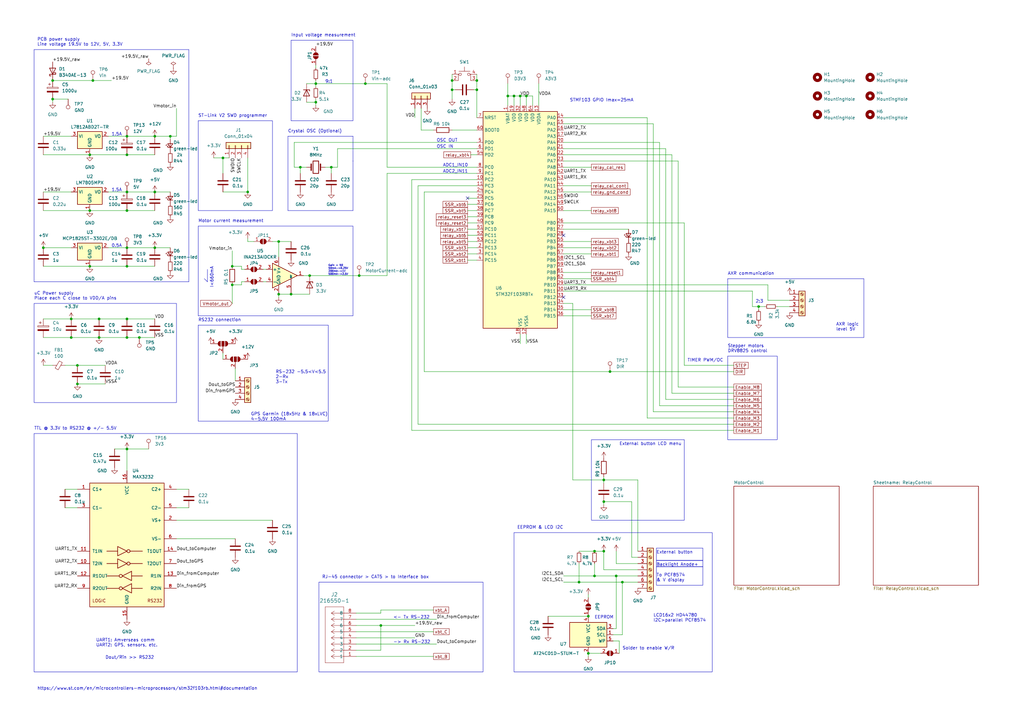
<source format=kicad_sch>
(kicad_sch (version 20230121) (generator eeschema)
  (paper "A3")
  (title_block (title "XBT Autolauncher 3.0") (rev "1") (company "NOAA/AOML") (comment 1 "Christian Saiz"))
  (junction (at 21.59 40.64))
  (junction (at 52.07 101.6))
  (junction (at 237.49 238.76))
  (junction (at 52.07 78.74))
  (junction (at 52.07 109.22))
  (junction (at 101.6 78.74))
  (junction (at 36.83 86.36))
  (junction (at 52.07 86.36))
  (junction (at 95.25 109.22))
  (junction (at 247.65 226.06))
  (junction (at 185.42 33.02))
  (junction (at 247.65 196.85))
  (junction (at 127 113.03))
  (junction (at 17.78 101.6))
  (junction (at 63.5 55.88))
  (junction (at 69.85 55.88))
  (junction (at 29.21 138.43))
  (junction (at 149.86 34.29))
  (junction (at 243.84 236.22))
  (junction (at 185.42 36.83))
  (junction (at 36.83 63.5))
  (junction (at 52.07 138.43))
  (junction (at 252.73 236.22))
  (junction (at 91.44 64.77))
  (junction (at 156.21 256.54))
  (junction (at 147.32 113.03))
  (junction (at 311.15 125.73))
  (junction (at 95.25 116.84))
  (junction (at 52.07 130.81))
  (junction (at 247.65 205.74))
  (junction (at 255.27 238.76))
  (junction (at 241.3 267.97))
  (junction (at 38.1 33.02))
  (junction (at 243.84 226.06))
  (junction (at 31.75 157.48))
  (junction (at 57.15 138.43))
  (junction (at 213.36 39.37))
  (junction (at 21.59 33.02))
  (junction (at 40.64 130.81))
  (junction (at 119.38 120.65))
  (junction (at 208.28 39.37))
  (junction (at 210.82 39.37))
  (junction (at 123.19 68.58))
  (junction (at 36.83 109.22))
  (junction (at 31.75 149.86))
  (junction (at 241.3 252.73))
  (junction (at 52.07 55.88))
  (junction (at 250.19 152.4))
  (junction (at 215.9 39.37))
  (junction (at 129.54 41.91))
  (junction (at 40.64 138.43))
  (junction (at 195.58 33.02))
  (junction (at 114.3 120.65))
  (junction (at 52.07 184.15))
  (junction (at 129.54 34.29))
  (junction (at 195.58 36.83))
  (junction (at 63.5 101.6))
  (junction (at 52.07 63.5))
  (junction (at 29.21 130.81))
  (junction (at 114.3 99.06))
  (junction (at 63.5 78.74))
  (junction (at 135.89 68.58))
  (no_connect (at 231.14 96.52))
  (no_connect (at 191.77 81.28))
  (no_connect (at 231.14 121.92))
  (wire (pts (xy 36.83 109.22) (xy 52.07 109.22)))
  (wire (pts (xy 242.57 101.6) (xy 231.14 101.6)))
  (polyline (pts (xy 138.43 55.88) (xy 118.11 55.88)))
  (wire (pts (xy 91.44 64.77) (xy 93.98 64.77)))
  (wire (pts (xy 234.95 196.85) (xy 247.65 196.85)))
  (wire (pts (xy 252.73 236.22) (xy 261.62 236.22)))
  (wire (pts (xy 170.18 256.54) (xy 156.21 256.54)))
  (wire (pts (xy 218.44 39.37) (xy 215.9 39.37)))
  (wire (pts (xy 146.05 259.08) (xy 177.8 259.08)))
  (wire (pts (xy 31.75 149.86) (xy 43.18 149.86)))
  (wire (pts (xy 99.06 116.84) (xy 95.25 116.84)))
  (wire (pts (xy 191.77 104.14) (xy 195.58 104.14)))
  (wire (pts (xy 171.45 173.99) (xy 300.99 173.99)))
  (polyline (pts (xy 138.43 55.88) (xy 144.78 55.88)))
  (wire (pts (xy 133.35 68.58) (xy 135.89 68.58)))
  (wire (pts (xy 220.98 34.29) (xy 220.98 43.18)))
  (wire (pts (xy 193.04 63.5) (xy 195.58 63.5)))
  (wire (pts (xy 247.65 195.58) (xy 247.65 196.85)))
  (wire (pts (xy 72.39 200.66) (xy 77.47 200.66)))
  (wire (pts (xy 195.58 53.34) (xy 185.42 53.34)))
  (wire (pts (xy 247.65 198.12) (xy 247.65 196.85)))
  (wire (pts (xy 91.44 64.77) (xy 91.44 71.12)))
  (wire (pts (xy 135.89 71.12) (xy 135.89 68.58)))
  (wire (pts (xy 213.36 39.37) (xy 210.82 39.37)))
  (wire (pts (xy 158.75 68.58) (xy 195.58 68.58)))
  (wire (pts (xy 146.05 256.54) (xy 156.21 256.54)))
  (wire (pts (xy 265.43 48.26) (xy 265.43 171.45)))
  (wire (pts (xy 242.57 68.58) (xy 231.14 68.58)))
  (wire (pts (xy 237.49 238.76) (xy 255.27 238.76)))
  (wire (pts (xy 123.19 71.12) (xy 123.19 68.58)))
  (wire (pts (xy 280.67 149.86) (xy 300.99 149.86)))
  (wire (pts (xy 177.8 53.34) (xy 172.72 53.34)))
  (wire (pts (xy 241.3 269.24) (xy 241.3 267.97)))
  (wire (pts (xy 215.9 39.37) (xy 213.36 39.37)))
  (wire (pts (xy 101.6 99.06) (xy 104.14 99.06)))
  (wire (pts (xy 231.14 236.22) (xy 243.84 236.22)))
  (wire (pts (xy 99.06 115.57) (xy 99.06 116.84)))
  (wire (pts (xy 158.75 34.29) (xy 158.75 68.58)))
  (wire (pts (xy 247.65 196.85) (xy 261.62 196.85)))
  (wire (pts (xy 91.44 78.74) (xy 101.6 78.74)))
  (wire (pts (xy 251.46 260.35) (xy 255.27 260.35)))
  (wire (pts (xy 173.99 152.4) (xy 250.19 152.4)))
  (wire (pts (xy 252.73 236.22) (xy 252.73 257.81)))
  (wire (pts (xy 72.39 213.36) (xy 111.76 213.36)))
  (wire (pts (xy 314.96 123.19) (xy 323.85 123.19)))
  (wire (pts (xy 242.57 114.3) (xy 231.14 114.3)))
  (wire (pts (xy 168.91 176.53) (xy 300.99 176.53)))
  (wire (pts (xy 52.07 78.74) (xy 63.5 78.74)))
  (wire (pts (xy 231.14 116.84) (xy 314.96 116.84)))
  (wire (pts (xy 168.91 73.66) (xy 168.91 176.53)))
  (wire (pts (xy 250.19 152.4) (xy 300.99 152.4)))
  (wire (pts (xy 21.59 33.02) (xy 38.1 33.02)))
  (wire (pts (xy 231.14 66.04) (xy 278.13 66.04)))
  (wire (pts (xy 311.15 125.73) (xy 313.69 125.73)))
  (wire (pts (xy 267.97 168.91) (xy 300.99 168.91)))
  (wire (pts (xy 270.51 58.42) (xy 270.51 166.37)))
  (wire (pts (xy 215.9 39.37) (xy 215.9 43.18)))
  (wire (pts (xy 52.07 55.88) (xy 63.5 55.88)))
  (wire (pts (xy 242.57 76.2) (xy 231.14 76.2)))
  (wire (pts (xy 156.21 251.46) (xy 146.05 251.46)))
  (wire (pts (xy 146.05 266.7) (xy 156.21 266.7)))
  (wire (pts (xy 265.43 171.45) (xy 300.99 171.45)))
  (wire (pts (xy 172.72 53.34) (xy 172.72 44.45)))
  (wire (pts (xy 218.44 43.18) (xy 218.44 39.37)))
  (wire (pts (xy 26.67 208.28) (xy 31.75 208.28)))
  (wire (pts (xy 231.14 124.46) (xy 234.95 124.46)))
  (wire (pts (xy 114.3 120.65) (xy 119.38 120.65)))
  (wire (pts (xy 52.07 184.15) (xy 60.96 184.15)))
  (wire (pts (xy 195.58 33.02) (xy 195.58 36.83)))
  (wire (pts (xy 26.67 149.86) (xy 31.75 149.86)))
  (wire (pts (xy 111.76 99.06) (xy 114.3 99.06)))
  (wire (pts (xy 270.51 166.37) (xy 300.99 166.37)))
  (wire (pts (xy 195.58 76.2) (xy 171.45 76.2)))
  (wire (pts (xy 17.78 149.86) (xy 21.59 149.86)))
  (wire (pts (xy 36.83 63.5) (xy 52.07 63.5)))
  (wire (pts (xy 267.97 50.8) (xy 267.97 168.91)))
  (wire (pts (xy 52.07 109.22) (xy 63.5 109.22)))
  (wire (pts (xy 52.07 130.81) (xy 63.5 130.81)))
  (wire (pts (xy 17.78 63.5) (xy 36.83 63.5)))
  (wire (pts (xy 17.78 78.74) (xy 29.21 78.74)))
  (wire (pts (xy 208.28 34.29) (xy 208.28 39.37)))
  (wire (pts (xy 17.78 86.36) (xy 36.83 86.36)))
  (wire (pts (xy 252.73 231.14) (xy 261.62 231.14)))
  (wire (pts (xy 125.73 34.29) (xy 129.54 34.29)))
  (wire (pts (xy 63.5 78.74) (xy 69.85 78.74)))
  (wire (pts (xy 278.13 158.75) (xy 300.99 158.75)))
  (wire (pts (xy 318.77 125.73) (xy 323.85 125.73)))
  (wire (pts (xy 170.18 44.45) (xy 170.18 48.26)))
  (wire (pts (xy 177.8 250.19) (xy 156.21 250.19)))
  (wire (pts (xy 125.73 41.91) (xy 129.54 41.91)))
  (wire (pts (xy 129.54 34.29) (xy 149.86 34.29)))
  (wire (pts (xy 242.57 111.76) (xy 231.14 111.76)))
  (wire (pts (xy 29.21 138.43) (xy 40.64 138.43)))
  (wire (pts (xy 40.64 138.43) (xy 52.07 138.43)))
  (wire (pts (xy 44.45 55.88) (xy 52.07 55.88)))
  (wire (pts (xy 129.54 33.02) (xy 129.54 34.29)))
  (wire (pts (xy 213.36 39.37) (xy 213.36 43.18)))
  (wire (pts (xy 191.77 101.6) (xy 195.58 101.6)))
  (wire (pts (xy 124.46 113.03) (xy 127 113.03)))
  (wire (pts (xy 17.78 109.22) (xy 36.83 109.22)))
  (polyline (pts (xy 85.09 110.49) (xy 85.09 115.57)))
  (wire (pts (xy 195.58 78.74) (xy 173.99 78.74)))
  (wire (pts (xy 237.49 231.14) (xy 237.49 238.76)))
  (wire (pts (xy 107.95 115.57) (xy 109.22 115.57)))
  (wire (pts (xy 185.42 30.48) (xy 185.42 33.02)))
  (wire (pts (xy 185.42 36.83) (xy 186.69 36.83)))
  (wire (pts (xy 69.85 55.88) (xy 72.39 55.88)))
  (wire (pts (xy 44.45 101.6) (xy 52.07 101.6)))
  (wire (pts (xy 158.75 71.12) (xy 158.75 113.03)))
  (wire (pts (xy 31.75 157.48) (xy 43.18 157.48)))
  (wire (pts (xy 69.85 57.15) (xy 69.85 55.88)))
  (wire (pts (xy 29.21 130.81) (xy 40.64 130.81)))
  (wire (pts (xy 242.57 78.74) (xy 231.14 78.74)))
  (wire (pts (xy 21.59 41.91) (xy 21.59 40.64)))
  (wire (pts (xy 252.73 257.81) (xy 251.46 257.81)))
  (wire (pts (xy 224.79 252.73) (xy 241.3 252.73)))
  (wire (pts (xy 241.3 245.11) (xy 241.3 243.84)))
  (polyline (pts (xy 83.82 114.3) (xy 85.09 115.57)))
  (wire (pts (xy 101.6 78.74) (xy 101.6 64.77)))
  (wire (pts (xy 91.44 144.78) (xy 91.44 147.32)))
  (polyline (pts (xy 118.11 55.88) (xy 118.11 86.36)))
  (wire (pts (xy 191.77 81.28) (xy 195.58 81.28)))
  (wire (pts (xy 36.83 86.36) (xy 52.07 86.36)))
  (wire (pts (xy 231.14 119.38) (xy 308.61 119.38)))
  (wire (pts (xy 146.05 264.16) (xy 179.07 264.16)))
  (wire (pts (xy 280.67 91.44) (xy 280.67 149.86)))
  (polyline (pts (xy 144.78 86.36) (xy 144.78 66.04)))
  (wire (pts (xy 273.05 163.83) (xy 300.99 163.83)))
  (wire (pts (xy 243.84 236.22) (xy 252.73 236.22)))
  (wire (pts (xy 173.99 78.74) (xy 173.99 152.4)))
  (wire (pts (xy 213.36 137.16) (xy 213.36 140.97)))
  (wire (pts (xy 208.28 39.37) (xy 210.82 39.37)))
  (wire (pts (xy 191.77 91.44) (xy 195.58 91.44)))
  (wire (pts (xy 129.54 26.67) (xy 129.54 27.94)))
  (wire (pts (xy 243.84 231.14) (xy 243.84 236.22)))
  (wire (pts (xy 231.14 60.96) (xy 273.05 60.96)))
  (wire (pts (xy 156.21 266.7) (xy 156.21 256.54)))
  (wire (pts (xy 119.38 120.65) (xy 127 120.65)))
  (wire (pts (xy 123.19 68.58) (xy 125.73 68.58)))
  (wire (pts (xy 241.3 267.97) (xy 246.38 267.97)))
  (wire (pts (xy 72.39 44.45) (xy 72.39 55.88)))
  (wire (pts (xy 99.06 110.49) (xy 99.06 109.22)))
  (wire (pts (xy 21.59 40.64) (xy 27.94 40.64)))
  (wire (pts (xy 231.14 50.8) (xy 267.97 50.8)))
  (wire (pts (xy 275.59 63.5) (xy 275.59 161.29)))
  (wire (pts (xy 311.15 125.73) (xy 311.15 127)))
  (wire (pts (xy 254 262.89) (xy 254 267.97)))
  (wire (pts (xy 72.39 220.98) (xy 96.52 220.98)))
  (wire (pts (xy 95.25 102.87) (xy 95.25 109.22)))
  (wire (pts (xy 242.57 127) (xy 231.14 127)))
  (wire (pts (xy 278.13 66.04) (xy 278.13 158.75)))
  (wire (pts (xy 255.27 238.76) (xy 255.27 260.35)))
  (wire (pts (xy 44.45 78.74) (xy 52.07 78.74)))
  (wire (pts (xy 247.65 207.01) (xy 247.65 205.74)))
  (wire (pts (xy 261.62 233.68) (xy 247.65 233.68)))
  (wire (pts (xy 52.07 86.36) (xy 63.5 86.36)))
  (wire (pts (xy 243.84 226.06) (xy 247.65 226.06)))
  (wire (pts (xy 120.65 58.42) (xy 195.58 58.42)))
  (wire (pts (xy 191.77 96.52) (xy 195.58 96.52)))
  (wire (pts (xy 114.3 99.06) (xy 119.38 99.06)))
  (wire (pts (xy 57.15 138.43) (xy 63.5 138.43)))
  (wire (pts (xy 185.42 36.83) (xy 185.42 40.64)))
  (wire (pts (xy 40.64 130.81) (xy 52.07 130.81)))
  (wire (pts (xy 99.06 115.57) (xy 100.33 115.57)))
  (wire (pts (xy 52.07 101.6) (xy 63.5 101.6)))
  (polyline (pts (xy 144.78 66.04) (xy 144.78 66.04)))
  (wire (pts (xy 261.62 228.6) (xy 259.08 228.6)))
  (wire (pts (xy 114.3 99.06) (xy 114.3 105.41)))
  (wire (pts (xy 259.08 205.74) (xy 247.65 205.74)))
  (wire (pts (xy 195.58 36.83) (xy 195.58 48.26)))
  (wire (pts (xy 17.78 101.6) (xy 29.21 101.6)))
  (wire (pts (xy 308.61 119.38) (xy 308.61 125.73)))
  (wire (pts (xy 129.54 41.91) (xy 129.54 40.64)))
  (wire (pts (xy 195.58 30.48) (xy 195.58 33.02)))
  (wire (pts (xy 107.95 110.49) (xy 109.22 110.49)))
  (wire (pts (xy 231.14 238.76) (xy 237.49 238.76)))
  (wire (pts (xy 242.57 129.54) (xy 231.14 129.54)))
  (wire (pts (xy 99.06 110.49) (xy 100.33 110.49)))
  (wire (pts (xy 215.9 137.16) (xy 215.9 140.97)))
  (wire (pts (xy 63.5 55.88) (xy 69.85 55.88)))
  (wire (pts (xy 237.49 226.06) (xy 243.84 226.06)))
  (wire (pts (xy 234.95 124.46) (xy 234.95 196.85)))
  (wire (pts (xy 52.07 63.5) (xy 63.5 63.5)))
  (wire (pts (xy 114.3 121.92) (xy 114.3 120.65)))
  (wire (pts (xy 96.52 151.13) (xy 96.52 156.21)))
  (wire (pts (xy 242.57 99.06) (xy 231.14 99.06)))
  (wire (pts (xy 87.63 64.77) (xy 91.44 64.77)))
  (wire (pts (xy 273.05 60.96) (xy 273.05 163.83)))
  (wire (pts (xy 146.05 269.24) (xy 177.8 269.24)))
  (polyline (pts (xy 118.11 86.36) (xy 144.78 86.36)))
  (wire (pts (xy 242.57 86.36) (xy 231.14 86.36)))
  (wire (pts (xy 185.42 33.02) (xy 185.42 36.83)))
  (wire (pts (xy 138.43 60.96) (xy 138.43 68.58)))
  (wire (pts (xy 52.07 184.15) (xy 52.07 193.04)))
  (wire (pts (xy 146.05 254) (xy 179.07 254)))
  (wire (pts (xy 210.82 39.37) (xy 210.82 43.18)))
  (wire (pts (xy 17.78 138.43) (xy 29.21 138.43)))
  (wire (pts (xy 17.78 130.81) (xy 29.21 130.81)))
  (wire (pts (xy 138.43 60.96) (xy 195.58 60.96)))
  (wire (pts (xy 208.28 43.18) (xy 208.28 39.37)))
  (wire (pts (xy 195.58 73.66) (xy 168.91 73.66)))
  (wire (pts (xy 129.54 43.18) (xy 129.54 41.91)))
  (wire (pts (xy 120.65 58.42) (xy 120.65 68.58)))
  (wire (pts (xy 231.14 91.44) (xy 280.67 91.44)))
  (wire (pts (xy 191.77 99.06) (xy 195.58 99.06)))
  (polyline (pts (xy 144.78 66.04) (xy 144.78 55.88)))
  (wire (pts (xy 259.08 205.74) (xy 259.08 228.6)))
  (wire (pts (xy 171.45 76.2) (xy 171.45 173.99)))
  (wire (pts (xy 158.75 113.03) (xy 147.32 113.03)))
  (wire (pts (xy 95.25 116.84) (xy 95.25 124.46)))
  (wire (pts (xy 17.78 55.88) (xy 29.21 55.88)))
  (wire (pts (xy 231.14 63.5) (xy 275.59 63.5)))
  (wire (pts (xy 242.57 104.14) (xy 231.14 104.14)))
  (wire (pts (xy 123.19 68.58) (xy 120.65 68.58)))
  (wire (pts (xy 191.77 88.9) (xy 195.58 88.9)))
  (wire (pts (xy 46.99 184.15) (xy 52.07 184.15)))
  (wire (pts (xy 156.21 251.46) (xy 156.21 250.19)))
  (wire (pts (xy 191.77 93.98) (xy 195.58 93.98)))
  (wire (pts (xy 231.14 48.26) (xy 265.43 48.26)))
  (wire (pts (xy 52.07 138.43) (xy 57.15 138.43)))
  (wire (pts (xy 101.6 97.79) (xy 101.6 99.06)))
  (wire (pts (xy 72.39 208.28) (xy 77.47 208.28)))
  (wire (pts (xy 255.27 238.76) (xy 261.62 238.76)))
  (wire (pts (xy 194.31 36.83) (xy 195.58 36.83)))
  (wire (pts (xy 63.5 101.6) (xy 69.85 101.6)))
  (wire (pts (xy 195.58 71.12) (xy 158.75 71.12)))
  (wire (pts (xy 231.14 58.42) (xy 270.51 58.42)))
  (wire (pts (xy 191.77 83.82) (xy 195.58 83.82)))
  (wire (pts (xy 308.61 125.73) (xy 311.15 125.73)))
  (wire (pts (xy 26.67 200.66) (xy 31.75 200.66)))
  (wire (pts (xy 149.86 34.29) (xy 158.75 34.29)))
  (wire (pts (xy 191.77 86.36) (xy 195.58 86.36)))
  (wire (pts (xy 275.59 161.29) (xy 300.99 161.29)))
  (wire (pts (xy 99.06 109.22) (xy 95.25 109.22)))
  (wire (pts (xy 147.32 113.03) (xy 127 113.03)))
  (wire (pts (xy 129.54 34.29) (xy 129.54 35.56)))
  (wire (pts (xy 38.1 33.02) (xy 45.72 33.02)))
  (wire (pts (xy 146.05 261.62) (xy 170.18 261.62)))
  (wire (pts (xy 314.96 116.84) (xy 314.96 123.19)))
  (wire (pts (xy 135.89 68.58) (xy 138.43 68.58)))
  (wire (pts (xy 251.46 262.89) (xy 254 262.89)))
  (wire (pts (xy 261.62 196.85) (xy 261.62 226.06)))
  (wire (pts (xy 247.65 233.68) (xy 247.65 226.06)))
  (wire (pts (xy 191.77 106.68) (xy 195.58 106.68)))
  (wire (pts (xy 231.14 93.98) (xy 257.81 93.98)))
  (wire (pts (xy 252.73 226.06) (xy 252.73 231.14)))
  (rectangle (start 130.81 238.76) (end 198.12 275.59))
  (rectangle (start 298.45 146.05) (end 318.77 180.34))
  (rectangle (start 81.28 49.53) (end 111.76 86.36))
  (rectangle (start 81.28 133.35) (end 134.62 172.72))
  (rectangle (start 13.97 20.32) (end 77.47 115.57))
  (rectangle (start 242.57 180.34) (end 280.67 213.36))
  (rectangle (start 298.45 114.3) (end 354.33 138.43))
  (rectangle (start 210.82 218.44) (end 292.1 275.59))
  (rectangle (start 119.38 16.51) (end 144.78 49.53))
  (rectangle (start 81.28 92.71) (end 144.78 129.54))
  (rectangle (start 269.24 224.79) (end 288.29 229.87))
  (rectangle (start 13.97 124.46) (end 72.39 165.1))
  (rectangle (start 269.24 232.41) (end 288.29 240.03))
  (rectangle (start 269.24 229.87) (end 288.29 232.41))
  (rectangle (start 13.97 177.8) (end 121.92 275.59))
  (text "2:3" (at 309.88 124.46 0) (effects (font (size 1.27 1.27)) (justify left bottom)))
  (text "Crystal OSC (Optional)" (at 118.11 54.61 0) (effects (font (size 1.27 1.27)) (justify left bottom)))
  (text "<- Tx RS-232" (at 161.29 254 0) (effects (font (size 1.27 1.27)) (justify left bottom)))
  (text "1.5A" (at 45.72 55.88 0) (effects (font (size 1.27 1.27)) (justify left bottom)))
  (text "1.5A" (at 45.72 78.74 0) (effects (font (size 1.27 1.27)) (justify left bottom)))
  (text "UART1: Amverseas comm\nUART2: GPS, sensors, etc." (at 39.37 265.43 0) (effects (font (size 1.27 1.27)) (justify left bottom)))
  (text "I<660mA" (at 87.63 118.11 90) (effects (font (size 1.27 1.27)) (justify left bottom)))
  (text "Input voltage measurement\n" (at 119.38 15.24 0) (effects (font (size 1.27 1.27)) (justify left bottom)))
  (text "EEPROM" (at 243.84 254 0) (effects (font (size 1.27 1.27)) (justify left bottom)))
  (text "Backlight Anode+" (at 269.24 232.41 0) (effects (font (size 1.27 1.27)) (justify left bottom)))
  (text "AXR logic \nlevel 5V" (at 342.9 135.89 0) (effects (font (size 1.27 1.27)) (justify left bottom)))
  (text "OSC IN" (at 179.07 60.96 0) (effects (font (size 1.27 1.27)) (justify left bottom)))
  (text "RJ-45 connector > CAT5 > to Interface box" (at 132.08 237.49 0) (effects (font (size 1.27 1.27)) (justify left bottom)))
  (text "uC Power supply\nPlace each C close to VDD/A pins" (at 13.97 123.19 0) (effects (font (size 1.27 1.27)) (justify left bottom)))
  (text "PCB power supply \nLine voltage 19.5V to 12V, 5V, 3.3V" (at 15.24 19.05 0) (effects (font (size 1.27 1.27)) (justify left bottom)))
  (text "Motor current measurement" (at 81.28 91.44 0) (effects (font (size 1.27 1.27)) (justify left bottom)))
  (text "External button LCD menu" (at 254 182.88 0) (effects (font (size 1.27 1.27)) (justify left bottom)))
  (text "9:1 \n" (at 133.35 34.29 0) (effects (font (size 1.27 1.27)) (justify left bottom)))
  (text "RS232 connection" (at 81.28 132.08 0) (effects (font (size 1.27 1.27)) (justify left bottom)))
  (text "RS-232 -5.5<V<5.5\n2-Rx\n3-Tx" (at 113.03 157.48 0) (effects (font (size 1.27 1.27)) (justify left bottom)))
  (text "TTL @ 3.3V to RS232 @ +/- 5.5V" (at 13.97 176.53 0) (effects (font (size 1.27 1.27)) (justify left bottom)))
  (text "External button" (at 269.24 227.33 0) (effects (font (size 1.27 1.27)) (justify left bottom)))
  (text "0.5A" (at 45.72 101.6 0) (effects (font (size 1.27 1.27)) (justify left bottom)))
  (text "AXR communication" (at 298.45 113.03 0) (effects (font (size 1.27 1.27)) (justify left bottom)))
  (text "-> Rx RS-232" (at 161.29 264.16 0) (effects (font (size 1.27 1.27)) (justify left bottom)))
  (text "GPS Garmin (18x5Hz & 18xLVC)\n4-5.5V 100mA" (at 102.87 172.72 0) (effects (font (size 1.27 1.27)) (justify left bottom)))
  (text "ADC2_IN11" (at 181.61 71.12 0) (effects (font (size 1.27 1.27)) (justify left bottom)))
  (text "TIMER PWM/OC" (at 281.94 148.59 0) (effects (font (size 1.27 1.27)) (justify left bottom)))
  (text "https://www.st.com/en/microcontrollers-microprocessors/stm32f103rb.html#documentation" (at 15.24 283.21 0) (effects (font (size 1.27 1.27)) (justify left bottom)))
  (text "OSC OUT" (at 179.07 58.42 0) (effects (font (size 1.27 1.27)) (justify left bottom)))
  (text "Solder to enable W/R" (at 255.27 266.7 0) (effects (font (size 1.27 1.27)) (justify left bottom)))
  (text "To PCF8574 \n& V display " (at 269.24 238.76 0) (effects (font (size 1.27 1.27)) (justify left bottom)))
  (text "EEPROM & LCD I2C" (at 212.09 217.17 0) (effects (font (size 1.27 1.27)) (justify left bottom)))
  (text "Stepper motors\nDRV8825 control" (at 298.45 144.78 0) (effects (font (size 1.27 1.27)) (justify left bottom)))
  (text "Dout/Rin >> RS232" (at 43.18 270.51 0) (effects (font (size 1.27 1.27)) (justify left bottom)))
  (text "LCD16x2 HD44780\nI2C>parallel PCF8574\n" (at 267.97 255.27 0) (effects (font (size 1.27 1.27)) (justify left bottom)))
  (text "STMF103 GPIO Imax=25mA" (at 233.68 41.91 0) (effects (font (size 1.27 1.27)) (justify left bottom)))
  (text "Gain = 50\n50mA->0.25V\n200mA->1V\n500mA->2.5V " (at 134.62 113.03 0) (effects (font (size 0.75 0.75)) (justify left bottom)))
  (text "ADC1_IN10" (at 181.61 68.58 0) (effects (font (size 1.27 1.27)) (justify left bottom)))
  (text "ST-Link V2 SWD programmer" (at 81.28 48.26 0) (effects (font (size 1.27 1.27)) (justify left bottom)))
  (label "Dout_toGPS" (at 96.52 158.75 180))
  (label "UART2_TX" (at 231.14 53.34 0))
  (label "VSS" (at 63.5 138.43 0))
  (label "SWDIO" (at 96.52 64.77 270))
  (label "Din_fromGPS" (at 72.39 241.3 0))
  (label "Din_fromComputer" (at 72.39 236.22 0))
  (label "Vmotor_in" (at 72.39 44.45 180))
  (label "VDD" (at 213.36 39.37 0))
  (label "+19.5V_raw" (at 60.96 24.13 180))
  (label "UART1_RX" (at 231.14 73.66 0))
  (label "Din_fromComputer" (at 179.07 254 0))
  (label "SWDIO" (at 231.14 81.28 0))
  (label "UART1_TX" (at 31.75 226.06 180))
  (label "UART2_RX" (at 231.14 55.88 0))
  (label "+19.5V" (at 129.54 19.05 0))
  (label "Dout_toComputer" (at 72.39 226.06 0))
  (label "VSS" (at 213.36 140.97 180))
  (label "UART3_TX" (at 231.14 116.84 0))
  (label "Vmotor_in" (at 95.25 102.87 180))
  (label "Dout_toGPS" (at 72.39 231.14 0))
  (label "SWCLK" (at 231.14 83.82 0))
  (label "VDD" (at 63.5 130.81 0))
  (label "I2C1_SCL" (at 231.14 238.76 180))
  (label "UART2_RX" (at 31.75 241.3 180))
  (label "+19.5V" (at 17.78 55.88 0))
  (label "+19.5V" (at 45.72 33.02 0))
  (label "Dout_toComputer" (at 179.07 264.16 0))
  (label "I2C1_SDA" (at 231.14 109.22 0))
  (label "UART1_RX" (at 31.75 236.22 180))
  (label "VDD" (at 170.18 48.26 180))
  (label "UART3_RX" (at 231.14 119.38 0))
  (label "Din_fromGPS" (at 96.52 161.29 180))
  (label "I2C1_SDA" (at 231.14 236.22 180))
  (label "SWCLK" (at 99.06 64.77 270))
  (label "UART1_TX" (at 231.14 71.12 0))
  (label "VSSA" (at 43.18 157.48 0))
  (label "+19.5V_raw" (at 21.59 25.4 0))
  (label "I2C1_SCL" (at 231.14 106.68 0))
  (label "UART2_TX" (at 31.75 231.14 180))
  (label "VDDA" (at 220.98 39.37 0))
  (label "GND" (at 170.18 261.62 0))
  (label "+19.5V" (at 17.78 78.74 0))
  (label "+19.5V_raw" (at 170.18 256.54 0))
  (label "VSSA" (at 215.9 140.97 0))
  (label "VDDA" (at 43.18 149.86 0))
  (global_label "relay_xbt7" (shape passive) (at 191.77 93.98 180) (property "Intersheetrefs" "${INTERSHEET_REFS}" (effects hide)))
  (global_label "relay_xbt1" (shape passive) (at 242.57 104.14 0) (property "Intersheetrefs" "${INTERSHEET_REFS}" (effects hide)))
  (global_label "Enable_M8" (shape passive) (at 300.99 158.75 0) (property "Intersheetrefs" "${INTERSHEET_REFS}" (effects hide)))
  (global_label "SSR_xbt5" (shape passive) (at 191.77 86.36 180) (property "Intersheetrefs" "${INTERSHEET_REFS}" (effects hide)))
  (global_label "SSR_xbt1" (shape passive) (at 191.77 106.68 180) (property "Intersheetrefs" "${INTERSHEET_REFS}" (effects hide)))
  (global_label "relay_xbt3" (shape passive) (at 242.57 99.06 0) (property "Intersheetrefs" "${INTERSHEET_REFS}" (effects hide)))
  (global_label "Enable_M2" (shape passive) (at 300.99 173.99 0) (property "Intersheetrefs" "${INTERSHEET_REFS}" (effects hide)))
  (global_label "SSR_xbt4" (shape passive) (at 242.57 114.3 0) (property "Intersheetrefs" "${INTERSHEET_REFS}" (effects hide)))
  (global_label "relay_xbt5" (shape passive) (at 191.77 99.06 180) (property "Intersheetrefs" "${INTERSHEET_REFS}" (effects hide)))
  (global_label "Enable_M4" (shape passive) (at 300.99 168.91 0) (property "Intersheetrefs" "${INTERSHEET_REFS}" (effects hide)))
  (global_label "DIR" (shape passive) (at 300.99 152.4 0) (property "Intersheetrefs" "${INTERSHEET_REFS}" (effects hide)))
  (global_label "Vmotor_out" (shape input) (at 95.25 124.46 180) (property "Intersheetrefs" "${INTERSHEET_REFS}" (effects hide)))
  (global_label "relay_reset1" (shape passive) (at 242.57 111.76 0) (property "Intersheetrefs" "${INTERSHEET_REFS}" (effects hide)))
  (global_label "relay_xbt2" (shape passive) (at 242.57 101.6 0) (property "Intersheetrefs" "${INTERSHEET_REFS}" (effects hide)))
  (global_label "Enable_M7" (shape passive) (at 300.99 161.29 0) (property "Intersheetrefs" "${INTERSHEET_REFS}" (effects hide)))
  (global_label "xbt_A" (shape passive) (at 177.8 250.19 0) (property "Intersheetrefs" "${INTERSHEET_REFS}" (effects hide)))
  (global_label "relay_cal_cont" (shape passive) (at 242.57 76.2 0) (property "Intersheetrefs" "${INTERSHEET_REFS}" (effects hide)))
  (global_label "SSR_xbt3" (shape passive) (at 191.77 101.6 180) (property "Intersheetrefs" "${INTERSHEET_REFS}" (effects hide)))
  (global_label "relay_xbt6" (shape passive) (at 191.77 96.52 180) (property "Intersheetrefs" "${INTERSHEET_REFS}" (effects hide)))
  (global_label "STEP" (shape passive) (at 300.99 149.86 0) (property "Intersheetrefs" "${INTERSHEET_REFS}" (effects hide)))
  (global_label "relay_xbt4" (shape passive) (at 193.04 63.5 180) (property "Intersheetrefs" "${INTERSHEET_REFS}" (effects hide)))
  (global_label "SSR_xbt6" (shape passive) (at 191.77 83.82 180) (property "Intersheetrefs" "${INTERSHEET_REFS}" (effects hide)))
  (global_label "xbt_C" (shape passive) (at 177.8 259.08 0) (property "Intersheetrefs" "${INTERSHEET_REFS}" (effects hide)))
  (global_label "Enable_M3" (shape passive) (at 300.99 171.45 0) (property "Intersheetrefs" "${INTERSHEET_REFS}" (effects hide)))
  (global_label "Enable_M6" (shape passive) (at 300.99 163.83 0) (property "Intersheetrefs" "${INTERSHEET_REFS}" (effects hide)))
  (global_label "xbt_B" (shape passive) (at 177.8 269.24 0) (property "Intersheetrefs" "${INTERSHEET_REFS}" (effects hide)))
  (global_label "Enable_M1" (shape passive) (at 300.99 176.53 0) (property "Intersheetrefs" "${INTERSHEET_REFS}" (effects hide)))
  (global_label "SSR_xbt7" (shape passive) (at 242.57 129.54 0) (property "Intersheetrefs" "${INTERSHEET_REFS}" (effects hide)))
  (global_label "relay_cal_res" (shape passive) (at 242.57 68.58 0) (property "Intersheetrefs" "${INTERSHEET_REFS}" (effects hide)))
  (global_label "relay_gnd_cond" (shape passive) (at 242.57 78.74 0) (property "Intersheetrefs" "${INTERSHEET_REFS}" (effects hide)))
  (global_label "SSR_xbt8" (shape passive) (at 242.57 127 0) (property "Intersheetrefs" "${INTERSHEET_REFS}" (effects hide)))
  (global_label "relay_xbt8" (shape passive) (at 242.57 86.36 0) (property "Intersheetrefs" "${INTERSHEET_REFS}" (effects hide)))
  (global_label "Enable_M5" (shape passive) (at 300.99 166.37 0) (property "Intersheetrefs" "${INTERSHEET_REFS}" (effects hide)))
  (global_label "relay_reset2" (shape passive) (at 191.77 91.44 180) (property "Intersheetrefs" "${INTERSHEET_REFS}" (effects hide)))
  (global_label "relay_reset3" (shape passive) (at 191.77 88.9 180) (property "Intersheetrefs" "${INTERSHEET_REFS}" (effects hide)))
  (global_label "SSR_xbt2" (shape passive) (at 191.77 104.14 180) (property "Intersheetrefs" "${INTERSHEET_REFS}" (effects hide)))
  (symbol (lib_id "Device:LED_Small") (at 69.85 81.28 90) (unit 1)
    (property "Reference" "D5" (at 71.12 80.01 90) (effects (justify right)))
    (property "Value" "green-led" (at 71.12 82.55 90) (effects (justify right)))
    (property "Footprint" "LED_green_0603:LED_B1911PG--20D000514U1930_HVK" (effects hide))
    (property "Datasheet" "https://mm.digikey.com/Volume0/opasdata/d220001/medias/docus/3777/B1911PG--20D000514U1930.pdf" (effects hide))
    (property "Digikey" "https://www.digikey.com/en/products/detail/harvatek-corporation/B1911PG-20D000514U1930/15519992" (effects hide))
    (property "Cost" "0.1" (effects hide))
    (property "Part" "B1911PG--20D000514U1930" (effects hide))
  )
  (symbol (lib_id "power:GND") (at 40.64 138.43 0) (unit 1)
    (property "Reference" "#PWR09" (effects hide))
    (property "Value" "GND" (at 40.64 143.51 0))
  )
  (symbol (lib_id "Device:C") (at 26.67 204.47 0) (unit 1)
    (property "Reference" "C8" (at 30.48 203.2 0) (effects (justify left)))
    (property "Value" "0.1u" (at 30.48 205.74 0) (effects (justify left)))
    (property "Footprint" "Capacitor_01uF-0805:CAP_CL21_SAM" (effects hide))
    (property "Datasheet" "https://mm.digikey.com/Volume0/opasdata/d220001/medias/docus/609/CL21B104KBCNNN_Spec.pdf" (effects hide))
    (property "Digikey" "https://www.digikey.com/en/products/detail/samsung-electro-mechanics/CL21B104KBCNNNC/3886661" (effects hide))
    (property "Cost" "0.1" (effects hide))
    (property "Part" "CL21B104KBCNNNC" (effects hide))
  )
  (symbol (lib_id "Device:C") (at 77.47 204.47 0) (unit 1)
    (property "Reference" "C22" (at 81.28 203.2 0) (effects (justify left)))
    (property "Value" "0.1u" (at 81.28 205.74 0) (effects (justify left)))
    (property "Footprint" "Capacitor_01uF-0805:CAP_CL21_SAM" (effects hide))
    (property "Datasheet" "https://mm.digikey.com/Volume0/opasdata/d220001/medias/docus/609/CL21B104KBCNNN_Spec.pdf" (effects hide))
    (property "Digikey" "https://www.digikey.com/en/products/detail/samsung-electro-mechanics/CL21B104KBCNNNC/3886661" (effects hide))
    (property "Cost" "0.1" (effects hide))
    (property "Part" "CL21B104KBCNNNC" (effects hide))
  )
  (symbol (lib_id "Mechanical:MountingHole") (at 356.87 46.99 0) (unit 1)
    (property "Reference" "H6" (at 359.41 45.72 0) (effects (justify left)))
    (property "Value" "MountingHole" (at 359.41 48.26 0) (effects (justify left)))
    (property "Footprint" "MountingHole:MountingHole_2.5mm_Pad" (effects hide))
  )
  (symbol (lib_id "power:+5V") (at 252.73 226.06 0) (unit 1)
    (property "Reference" "#PWR044" (effects hide))
    (property "Value" "+5V" (at 252.73 220.98 0))
  )
  (symbol (lib_id "Connector:TestPoint") (at 208.28 34.29 0) (unit 1)
    (property "Reference" "TP3" (at 210.82 29.718 0) (effects (justify left)))
    (property "Value" "D3V3" (at 210.82 32.258 0) (effects (justify left)))
    (property "Footprint" "TestPoint:TestPoint_Pad_1.0x1.0mm" (effects hide))
  )
  (symbol (lib_id "Connector:TestPoint") (at 38.1 33.02 0) (unit 1)
    (property "Reference" "TP6" (at 40.64 28.448 0) (effects (justify left)))
    (property "Value" "Vin" (at 40.64 30.988 0) (effects (justify left)))
    (property "Footprint" "TestPoint:TestPoint_Pad_1.0x1.0mm" (effects hide))
  )
  (symbol (lib_id "Device:R_Small") (at 311.15 129.54 0) (unit 1)
    (property "Reference" "R1" (at 306.07 129.54 0) (effects (justify left)))
    (property "Value" "6.8k" (at 306.07 132.08 0) (effects (justify left)))
    (property "Footprint" "Resistor_0805:RC0805N_YAG" (effects hide))
    (property "Datasheet" "https://www.yageo.com/upload/media/product/app/datasheet/rchip/pyu-rt_1-to-0.01_rohs_l.pdf" (effects hide))
    (property "Digikey" "https://www.digikey.com/en/products/detail/yageo/RT0805FRE076K8L/1079385" (effects hide))
    (property "Cost" "0.1" (effects hide))
    (property "Part" "RT0805FRE076K8L" (effects hide))
  )
  (symbol (lib_id "power:GND") (at 135.89 78.74 0) (unit 1)
    (property "Reference" "#PWR020" (effects hide))
    (property "Value" "GND" (at 135.89 83.82 0))
  )
  (symbol (lib_id "power:GND") (at 224.79 260.35 0) (unit 1)
    (property "Reference" "#PWR038" (effects hide))
    (property "Value" "GND" (at 219.71 261.62 0))
  )
  (symbol (lib_id "power:+12V") (at 101.6 147.32 0) (unit 1)
    (property "Reference" "#PWR032" (effects hide))
    (property "Value" "+12V" (at 101.6 142.24 0))
  )
  (symbol (lib_id "Device:C") (at 43.18 153.67 0) (unit 1)
    (property "Reference" "C10" (at 46.99 152.4 0) (effects (justify left)))
    (property "Value" "1u" (at 46.99 154.94 0) (effects (justify left)))
    (property "Footprint" "Capacitor_1uF-ceramic:CAP_CL21_SAM" (effects hide))
    (property "Datasheet" "https://mm.digikey.com/Volume0/opasdata/d220001/medias/docus/609/CL21B105KBFNNNE_Spec.pdf" (effects hide))
    (property "Digikey" "https://www.digikey.com/en/products/detail/samsung-electro-mechanics/CL21B105KBFNNNE/3886687" (effects hide))
    (property "Cost" "0.11" (effects hide))
    (property "Part" "CL21B105KBFNNNE" (effects hide))
  )
  (symbol (lib_id "Jumper:SolderJumper_3_Open") (at 96.52 147.32 0) (unit 1)
    (property "Reference" "JP3" (at 104.14 149.86 0))
    (property "Value" "SolderJumper_3_Open" (effects hide))
    (property "Footprint" "Jumper:SolderJumper-3_P1.3mm_Open_RoundedPad1.0x1.5mm" (effects hide))
  )
  (symbol (lib_id "Device:C") (at 63.5 105.41 0) (unit 1)
    (property "Reference" "C19" (at 55.88 104.14 0) (effects (justify left)))
    (property "Value" "0.1u" (at 55.88 106.68 0) (effects (justify left)))
    (property "Footprint" "Capacitor_01uF-0805:CAP_CL21_SAM" (effects hide))
    (property "Datasheet" "https://mm.digikey.com/Volume0/opasdata/d220001/medias/docus/609/CL21B104KBCNNN_Spec.pdf" (effects hide))
    (property "Digikey" "https://www.digikey.com/en/products/detail/samsung-electro-mechanics/CL21B104KBCNNNC/3886661" (effects hide))
    (property "Cost" "0.1" (effects hide))
    (property "Part" "CL21B104KBCNNNC" (effects hide))
  )
  (symbol (lib_id "power:+12V") (at 63.5 55.88 0) (unit 1)
    (property "Reference" "#PWR014" (effects hide))
    (property "Value" "+12V" (at 63.5 50.8 0))
  )
  (symbol (lib_id "Jumper:SolderJumper_2_Open") (at 104.14 115.57 0) (unit 1)
    (property "Reference" "JP5" (at 104.14 119.38 0))
    (property "Value" "SolderJumper_2_Open" (effects hide))
    (property "Footprint" "Jumper:SolderJumper-2_P1.3mm_Open_RoundedPad1.0x1.5mm" (effects hide))
  )
  (symbol (lib_id "Device:C") (at 52.07 134.62 0) (unit 1)
    (property "Reference" "C11" (at 55.88 133.35 0) (effects (justify left)))
    (property "Value" "0.1u" (at 55.88 135.89 0) (effects (justify left)))
    (property "Footprint" "Capacitor_01uF-0805:CAP_CL21_SAM" (effects hide))
    (property "Datasheet" "https://mm.digikey.com/Volume0/opasdata/d220001/medias/docus/609/CL21B104KBCNNN_Spec.pdf" (effects hide))
    (property "Digikey" "https://www.digikey.com/en/products/detail/samsung-electro-mechanics/CL21B104KBCNNNC/3886661" (effects hide))
    (property "Cost" "0.1" (effects hide))
    (property "Part" "CL21B104KBCNNNC" (effects hide))
  )
  (symbol (lib_id "power:GND") (at 175.26 44.45 0) (unit 1)
    (property "Reference" "#PWR033" (effects hide))
    (property "Value" "GND" (at 175.26 49.53 0))
  )
  (symbol (lib_id "Device:R_Small") (at 69.85 109.22 180) (unit 1)
    (property "Reference" "R46" (at 74.93 110.49 0) (effects (justify left)))
    (property "Value" "220" (at 74.93 107.95 0) (effects (justify left)))
    (property "Footprint" "Resistor_0805:RC0805N_YAG" (effects hide))
    (property "Digikey" "https://www.digikey.com/en/products/detail/yageo/RC0805FR-13220RL/14008293" (effects hide))
    (property "Cost" "0.1" (effects hide))
    (property "Part" "RC0805FR-13220RL" (effects hide))
  )
  (symbol (lib_id "Device:R_Small") (at 316.23 125.73 90) (unit 1)
    (property "Reference" "R2" (at 316.23 130.81 0) (effects (justify left)))
    (property "Value" "3.3k" (at 318.77 130.81 0) (effects (justify left)))
    (property "Footprint" "Resistor_0805:RC0805N_YAG" (effects hide))
    (property "Datasheet" "https://www.yageo.com/upload/media/product/app/datasheet/rchip/pyu-rt_1-to-0.01_rohs_l.pdf" (effects hide))
    (property "Digikey" "https://www.digikey.com/en/products/detail/yageo/RT0805FRE073K3L/1079226" (effects hide))
    (property "Cost" "0.1" (effects hide))
    (property "Part" "RT0805FRE073K3L" (effects hide))
  )
  (symbol (lib_id "Interface_UART:MAX3232") (at 52.07 223.52 0) (unit 1)
    (property "Reference" "U4" (at 54.2641 193.04 0) (effects (justify left)))
    (property "Value" "MAX3232" (at 54.2641 195.58 0) (effects (justify left)))
    (property "Footprint" "Package_SO:TSSOP-16_4.4x5mm_P0.65mm" (effects hide))
    (property "Datasheet" "https://datasheets.maximintegrated.com/en/ds/MAX3222-MAX3241.pdf" (effects hide))
    (property "Digikey" "https://www.digikey.com/en/products/detail/texas-instruments/MAX3232EIPWR/968150?s=N4IgTCBcDa4JwDYC0BGOAWAzMlSByAIiALoC%2BQA" (effects hide))
    (property "Cost" "1.07" (effects hide))
    (property "Part" "MAX3232EIPWR" (effects hide))
  )
  (symbol (lib_id "Device:Crystal") (at 129.54 68.58 0) (unit 1)
    (property "Reference" "Y1" (at 129.54 60.96 0))
    (property "Value" "8MHz" (at 129.54 63.5 0))
    (property "Footprint" "Crystal_8MHZ_smt:XTAL_ABLS-8.000MHz-20-B-3-H-T" (effects hide))
    (property "Datasheet" "https://abracon.com/Resonators/ABLS.pdf" (effects hide))
    (property "Digikey" "https://www.digikey.com/en/products/detail/abracon-llc/ABLS-8-000MHZ-20-B-3-H-T/9997852" (effects hide))
    (property "Cost" "0.17" (effects hide))
    (property "Part" "ABLS-8.000MHZ-20-B-3-H-T" (effects hide))
  )
  (symbol (lib_id "Jumper:SolderJumper_2_Open") (at 250.19 267.97 180) (unit 1)
    (property "Reference" "JP10" (at 250.19 271.78 0))
    (property "Value" "SolderJumper_2_Open" (effects hide))
    (property "Footprint" "Jumper:SolderJumper-2_P1.3mm_Open_RoundedPad1.0x1.5mm" (effects hide))
  )
  (symbol (lib_id "power:GND") (at 36.83 109.22 0) (unit 1)
    (property "Reference" "#PWR08" (effects hide))
    (property "Value" "GND" (at 36.83 114.3 0))
  )
  (symbol (lib_id "Device:C") (at 31.75 153.67 0) (unit 1)
    (property "Reference" "C7" (at 35.56 152.4 0) (effects (justify left)))
    (property "Value" "0.1u" (at 35.56 154.94 0) (effects (justify left)))
    (property "Footprint" "Capacitor_01uF-0805:CAP_CL21_SAM" (effects hide))
    (property "Datasheet" "https://mm.digikey.com/Volume0/opasdata/d220001/medias/docus/609/CL21B104KBCNNN_Spec.pdf" (effects hide))
    (property "Digikey" "https://www.digikey.com/en/products/detail/samsung-electro-mechanics/CL21B104KBCNNNC/3886661" (effects hide))
    (property "Cost" "0.1" (effects hide))
    (property "Part" "CL21B104KBCNNNC" (effects hide))
  )
  (symbol (lib_id "power:PWR_FLAG") (at 60.96 24.13 180) (unit 1)
    (property "Reference" "#FLG01" (effects hide))
    (property "Value" "PWR_FLAG" (at 60.96 29.21 0))
  )
  (symbol (lib_id "power:+5V") (at 63.5 78.74 0) (unit 1)
    (property "Reference" "#PWR015" (effects hide))
    (property "Value" "+5V" (at 63.5 73.66 0))
  )
  (symbol (lib_id "Connector:TestPoint") (at 147.32 113.03 0) (unit 1)
    (property "Reference" "TP2" (at 149.86 108.458 0) (effects (justify left)))
    (property "Value" "MotorCurrent-adc" (at 149.86 110.998 0) (effects (justify left)))
    (property "Footprint" "TestPoint:TestPoint_Pad_1.0x1.0mm" (effects hide))
  )
  (symbol (lib_id "power:+3.3V") (at 241.3 243.84 0) (unit 1)
    (property "Reference" "#PWR039" (effects hide))
    (property "Value" "+3.3V" (at 236.22 242.57 0))
  )
  (symbol (lib_id "power:GND") (at 69.85 111.76 0) (unit 1)
    (property "Reference" "#PWR0173" (effects hide))
    (property "Value" "GND" (at 64.77 114.3 0))
  )
  (symbol (lib_id "Device:C") (at 190.5 36.83 90) (unit 1)
    (property "Reference" "C27" (at 190.5 41.91 90))
    (property "Value" "0.1u" (at 190.5 44.45 90))
    (property "Footprint" "Capacitor_01uF-0805:CAP_CL21_SAM" (effects hide))
    (property "Datasheet" "https://mm.digikey.com/Volume0/opasdata/d220001/medias/docus/609/CL21B104KBCNNN_Spec.pdf" (effects hide))
    (property "Digikey" "https://www.digikey.com/en/products/detail/samsung-electro-mechanics/CL21B104KBCNNNC/3886661" (effects hide))
    (property "Cost" "0.1" (effects hide))
    (property "Part" "CL21B104KBCNNNC" (effects hide))
  )
  (symbol (lib_id "Device:C") (at 91.44 74.93 0) (unit 1)
    (property "Reference" "C21" (at 95.25 73.66 0) (effects (justify left)))
    (property "Value" "0.1u" (at 95.25 76.2 0) (effects (justify left)))
    (property "Footprint" "Capacitor_01uF-0805:CAP_CL21_SAM" (effects hide))
    (property "Datasheet" "https://mm.digikey.com/Volume0/opasdata/d220001/medias/docus/609/CL21B104KBCNNN_Spec.pdf" (effects hide))
    (property "Digikey" "https://www.digikey.com/en/products/detail/samsung-electro-mechanics/CL21B104KBCNNNC/3886661" (effects hide))
    (property "Cost" "0.1" (effects hide))
    (property "Part" "CL21B104KBCNNNC" (effects hide))
  )
  (symbol (lib_id "Device:LED_Small") (at 69.85 59.69 90) (unit 1)
    (property "Reference" "D4" (at 71.12 58.42 90) (effects (justify right)))
    (property "Value" "green-led" (at 71.12 60.96 90) (effects (justify right)))
    (property "Footprint" "LED_green_0603:LED_B1911PG--20D000514U1930_HVK" (effects hide))
    (property "Datasheet" "https://mm.digikey.com/Volume0/opasdata/d220001/medias/docus/3777/B1911PG--20D000514U1930.pdf" (effects hide))
    (property "Digikey" "https://www.digikey.com/en/products/detail/harvatek-corporation/B1911PG-20D000514U1930/15519992" (effects hide))
    (property "Cost" "0.1" (effects hide))
    (property "Part" "B1911PG--20D000514U1930" (effects hide))
  )
  (symbol (lib_id "Device:R") (at 95.25 113.03 180) (unit 1)
    (property "Reference" "R5" (at 92.71 115.57 90))
    (property "Value" "0.1" (at 92.71 111.76 90))
    (property "Footprint" "Shunt_PE2512FKE070R1L:RESC6331X89N" (effects hide))
    (property "Datasheet" "https://www.yageo.com/upload/media/product/app/datasheet/rchip/pyu-pe_521_rohs_l.pdf" (effects hide))
    (property "Digikey" "https://www.digikey.com/en/products/detail/yageo/PE2512FKE070R1L/5138678" (effects hide))
    (property "Cost" "0.6" (effects hide))
    (property "Part" "PE2512FKE070R1L" (effects hide))
  )
  (symbol (lib_id "Regulator_Linear:AMS1117-5.0") (at 36.83 78.74 0) (unit 1)
    (property "Reference" "U2" (at 36.83 72.39 0))
    (property "Value" "LM7805MPX" (at 36.83 74.93 0))
    (property "Footprint" "Package_TO_SOT_SMD:SOT-223-3_TabPin2" (effects hide))
    (property "Datasheet" "https://www.ti.com/lit/ds/symlink/lm7800.pdf" (effects hide))
    (property "Digikey" "https://www.digikey.com/en/products/detail/texas-instruments/LM7805MPX-NOPB/6110583" (effects hide))
    (property "Cost" "1.61" (effects hide))
    (property "Part" "LM7805MPX/NOPB" (effects hide))
  )
  (symbol (lib_id "Diode:1N5821") (at 21.59 29.21 90) (unit 1)
    (property "Reference" "D1" (at 24.13 28.2575 90) (effects (justify right)))
    (property "Value" "B340AE-13" (at 24.13 30.7975 90) (effects (justify right)))
    (property "Footprint" "Shottky_B340AE_13:CR_SMA_320-340AE_DIO" (effects hide))
    (property "Datasheet" "https://www.diodes.com/assets/Datasheets/B320AE/B340AE.pdf" (effects hide))
    (property "Digikey" "https://www.digikey.com/en/products/detail/diodes-incorporated/B340AE-13/7352831" (effects hide))
    (property "Cost" "0.37" (effects hide))
    (property "Part" "B340AE-13" (effects hide))
  )
  (symbol (lib_id "Device:R_Small") (at 243.84 228.6 0) (unit 1)
    (property "Reference" "R8" (at 238.76 228.6 0) (effects (justify left)))
    (property "Value" "4.7k" (at 238.76 231.14 0) (effects (justify left)))
    (property "Footprint" "Resistor_0805:RC0805N_YAG" (effects hide))
    (property "Datasheet" "https://www.yageo.com/upload/media/product/app/datasheet/rchip/pyu-rt_1-to-0.01_rohs_l.pdf" (effects hide))
    (property "Digikey" "https://www.digikey.com/en/products/detail/yageo/RT0805FRE074K7L/1079294" (effects hide))
    (property "Cost" "0.1" (effects hide))
    (property "Part" "RT0805FRE074K7L" (effects hide))
  )
  (symbol (lib_id "Memory_EEPROM:AT24CS01-STUM") (at 241.3 260.35 0) (unit 1)
    (property "Reference" "U7" (at 232.41 264.16 0) (effects (justify right)))
    (property "Value" "AT24C01D-STUM-T" (at 237.49 267.97 0) (effects (justify right)))
    (property "Footprint" "Package_TO_SOT_SMD:SOT-23-5" (effects hide))
    (property "Datasheet" "https://ww1.microchip.com/downloads/en/DeviceDoc/24AA01-24LC01B-24FC01-1K-I2C-Serial-EEPROM-20001711M.pdf" (effects hide))
    (property "Digikey" "https://www.digikey.com/en/products/detail/microchip-technology/AT24C01D-STUM-T/4914368" (effects hide))
    (property "Cost" "0.16" (effects hide))
    (property "Part" "AT24C01D-STUM-T" (effects hide))
  )
  (symbol (lib_id "Connector:TestPoint") (at 149.86 34.29 0) (unit 1)
    (property "Reference" "TP1" (at 152.4 29.718 0) (effects (justify left)))
    (property "Value" "Vin-adc" (at 152.4 32.258 0) (effects (justify left)))
    (property "Footprint" "TestPoint:TestPoint_Pad_1.0x1.0mm" (effects hide))
  )
  (symbol (lib_id "Device:C") (at 29.21 134.62 0) (unit 1)
    (property "Reference" "C6" (at 33.02 133.35 0) (effects (justify left)))
    (property "Value" "0.1u" (at 33.02 135.89 0) (effects (justify left)))
    (property "Footprint" "Capacitor_01uF-0805:CAP_CL21_SAM" (effects hide))
    (property "Datasheet" "https://mm.digikey.com/Volume0/opasdata/d220001/medias/docus/609/CL21B104KBCNNN_Spec.pdf" (effects hide))
    (property "Digikey" "https://www.digikey.com/en/products/detail/samsung-electro-mechanics/CL21B104KBCNNNC/3886661" (effects hide))
    (property "Cost" "0.1" (effects hide))
    (property "Part" "CL21B104KBCNNNC" (effects hide))
  )
  (symbol (lib_id "Device:C") (at 63.5 134.62 0) (unit 1)
    (property "Reference" "C16" (at 67.31 133.35 0) (effects (justify left)))
    (property "Value" "0.1u" (at 67.31 135.89 0) (effects (justify left)))
    (property "Footprint" "Capacitor_01uF-0805:CAP_CL21_SAM" (effects hide))
    (property "Datasheet" "https://mm.digikey.com/Volume0/opasdata/d220001/medias/docus/609/CL21B104KBCNNN_Spec.pdf" (effects hide))
    (property "Digikey" "https://www.digikey.com/en/products/detail/samsung-electro-mechanics/CL21B104KBCNNNC/3886661" (effects hide))
    (property "Cost" "0.1" (effects hide))
    (property "Part" "CL21B104KBCNNNC" (effects hide))
  )
  (symbol (lib_id "Device:C") (at 63.5 82.55 0) (unit 1)
    (property "Reference" "C18" (at 55.88 81.28 0) (effects (justify left)))
    (property "Value" "0.1u" (at 55.88 83.82 0) (effects (justify left)))
    (property "Footprint" "Capacitor_01uF-0805:CAP_CL21_SAM" (effects hide))
    (property "Datasheet" "https://mm.digikey.com/Volume0/opasdata/d220001/medias/docus/609/CL21B104KBCNNN_Spec.pdf" (effects hide))
    (property "Digikey" "https://www.digikey.com/en/products/detail/samsung-electro-mechanics/CL21B104KBCNNNC/3886661" (effects hide))
    (property "Cost" "0.1" (effects hide))
    (property "Part" "CL21B104KBCNNNC" (effects hide))
  )
  (symbol (lib_id "power:GND") (at 261.62 241.3 0) (unit 1)
    (property "Reference" "#PWR045" (effects hide))
    (property "Value" "GND" (at 261.62 246.38 0))
  )
  (symbol (lib_id "power:+3.3V") (at 247.65 226.06 0) (unit 1)
    (property "Reference" "#PWR043" (effects hide))
    (property "Value" "+3.3V" (at 247.65 220.98 0))
  )
  (symbol (lib_id "power:GND") (at 323.85 128.27 0) (unit 1)
    (property "Reference" "#PWR023" (effects hide))
    (property "Value" "GND" (at 323.85 133.35 0))
  )
  (symbol (lib_id "power:GND") (at 69.85 67.31 0) (unit 1)
    (property "Reference" "#PWR0171" (effects hide))
    (property "Value" "GND" (at 64.77 69.85 0))
  )
  (symbol (lib_id "Device:C") (at 17.78 59.69 0) (unit 1)
    (property "Reference" "C1" (at 21.59 58.42 0) (effects (justify left)))
    (property "Value" "0.33u" (at 21.59 60.96 0) (effects (justify left)))
    (property "Footprint" "Capacitor_033uF:CAP_CL21_SAM" (effects hide))
    (property "Datasheet" "https://mm.digikey.com/Volume0/opasdata/d220001/medias/docus/1068/CL21B334KBFNNNE_Spec.pdf" (effects hide))
    (property "Digikey" "https://www.digikey.com/en/products/detail/samsung-electro-mechanics/CL21B334KBFNNNE/3886781" (effects hide))
    (property "Cost" "0.1" (effects hide))
    (property "Part" "CL21B334KBFNNNE" (effects hide))
  )
  (symbol (lib_id "Mechanical:MountingHole") (at 335.28 46.99 0) (unit 1)
    (property "Reference" "H5" (at 337.82 45.72 0) (effects (justify left)))
    (property "Value" "MountingHole" (at 337.82 48.26 0) (effects (justify left)))
    (property "Footprint" "MountingHole:MountingHole_2.5mm_Pad" (effects hide))
  )
  (symbol (lib_id "Device:LED_Small") (at 257.81 96.52 90) (unit 1)
    (property "Reference" "D7" (at 259.08 95.25 90) (effects (justify right)))
    (property "Value" "green-led" (at 259.08 97.79 90) (effects (justify right)))
    (property "Footprint" "LED_green_0603:LED_B1911PG--20D000514U1930_HVK" (effects hide))
    (property "Datasheet" "https://mm.digikey.com/Volume0/opasdata/d220001/medias/docus/3777/B1911PG--20D000514U1930.pdf" (effects hide))
    (property "Digikey" "https://www.digikey.com/en/products/detail/harvatek-corporation/B1911PG-20D000514U1930/15519992" (effects hide))
    (property "Cost" "0.1" (effects hide))
    (property "Part" "B1911PG--20D000514U1930" (effects hide))
  )
  (symbol (lib_id "Device:C") (at 123.19 74.93 0) (unit 1)
    (property "Reference" "C20" (at 127 73.66 0) (effects (justify left)))
    (property "Value" "20p" (at 127 76.2 0) (effects (justify left)))
    (property "Footprint" "Capacitor_20pF-lowESR:CAPC220145_88N_KEM" (effects hide))
    (property "Datasheet" "https://connect.kemet.com:7667/gateway/IntelliData-ComponentDocumentation/1.0/download/datasheet/C0805C200J5GACTU" (effects hide))
    (property "Digikey" "https://www.digikey.com/en/products/detail/kemet/C0805C200J5GAC7800/2212144" (effects hide))
    (property "Cost" "0.27" (effects hide))
    (property "Part" "C0805C200J5GAC7800" (effects hide))
  )
  (symbol (lib_id "power:GND") (at 52.07 254 0) (unit 1)
    (property "Reference" "#PWR012" (effects hide))
    (property "Value" "GND" (at 52.07 259.08 0))
  )
  (symbol (lib_id "Jumper:SolderJumper_2_Open") (at 104.14 110.49 0) (unit 1)
    (property "Reference" "JP4" (at 104.14 107.95 0))
    (property "Value" "SolderJumper_2_Open" (effects hide))
    (property "Footprint" "Jumper:SolderJumper-2_P1.3mm_Open_RoundedPad1.0x1.5mm" (effects hide))
  )
  (symbol (lib_id "Connector:Screw_Terminal_01x04") (at 328.93 123.19 0) (unit 1)
    (property "Reference" "J3" (at 331.47 123.19 0) (effects (justify left)))
    (property "Value" "Screw_Terminal_01x04" (effects hide))
    (property "Footprint" "Header_screw_4x1_TB001-500-04BE:CUI_TB001-500-04BE" (effects hide))
    (property "Datasheet" "https://www.cuidevices.com/product/resource/tb001-500.pdf" (effects hide))
    (property "Digikey" "https://www.digikey.com/en/products/detail/cui-devices/TB001-500-04BE/10064060" (effects hide))
    (property "Cost" "0.72" (effects hide))
    (property "Part" "TB001-500-04BE" (effects hide))
  )
  (symbol (lib_id "power:GND") (at 119.38 106.68 0) (unit 1)
    (property "Reference" "#PWR036" (effects hide))
    (property "Value" "GND" (at 124.46 107.95 0))
  )
  (symbol (lib_id "power:GND") (at 21.59 41.91 0) (unit 1)
    (property "Reference" "#PWR03" (effects hide))
    (property "Value" "GND" (at 21.59 46.99 0))
  )
  (symbol (lib_id "Device:C") (at 111.76 217.17 0) (unit 1)
    (property "Reference" "C25" (at 115.57 215.9 0) (effects (justify left)))
    (property "Value" "0.1u" (at 115.57 218.44 0) (effects (justify left)))
    (property "Footprint" "Capacitor_01uF-0805:CAP_CL21_SAM" (effects hide))
    (property "Datasheet" "https://mm.digikey.com/Volume0/opasdata/d220001/medias/docus/609/CL21B104KBCNNN_Spec.pdf" (effects hide))
    (property "Digikey" "https://www.digikey.com/en/products/detail/samsung-electro-mechanics/CL21B104KBCNNNC/3886661" (effects hide))
    (property "Cost" "0.1" (effects hide))
    (property "Part" "CL21B104KBCNNNC" (effects hide))
  )
  (symbol (lib_id "power:GND") (at 31.75 157.48 0) (unit 1)
    (property "Reference" "#PWR05" (effects hide))
    (property "Value" "GND" (at 31.75 162.56 0))
  )
  (symbol (lib_id "Device:C") (at 119.38 102.87 0) (unit 1)
    (property "Reference" "C26" (at 123.19 101.6 0) (effects (justify left)))
    (property "Value" "0.1u" (at 123.19 104.14 0) (effects (justify left)))
    (property "Footprint" "Capacitor_01uF-0805:CAP_CL21_SAM" (effects hide))
    (property "Datasheet" "https://mm.digikey.com/Volume0/opasdata/d220001/medias/docus/609/CL21B104KBCNNN_Spec.pdf" (effects hide))
    (property "Digikey" "https://www.digikey.com/en/products/detail/samsung-electro-mechanics/CL21B104KBCNNNC/3886661" (effects hide))
    (property "Cost" "0.1" (effects hide))
    (property "Part" "CL21B104KBCNNNC" (effects hide))
  )
  (symbol (lib_id "Device:R_Small") (at 257.81 101.6 180) (unit 1)
    (property "Reference" "R47" (at 262.89 102.87 0) (effects (justify left)))
    (property "Value" "220" (at 262.89 100.33 0) (effects (justify left)))
    (property "Footprint" "Resistor_0805:RC0805N_YAG" (effects hide))
    (property "Digikey" "https://www.digikey.com/en/products/detail/yageo/RC0805FR-13220RL/14008293" (effects hide))
    (property "Cost" "0.1" (effects hide))
    (property "Part" "RC0805FR-13220RL" (effects hide))
  )
  (symbol (lib_id "Connector:TestPoint") (at 60.96 184.15 0) (unit 1)
    (property "Reference" "TP16" (at 63.5 179.578 0) (effects (justify left)))
    (property "Value" "3V3" (at 63.5 182.118 0) (effects (justify left)))
    (property "Footprint" "TestPoint:TestPoint_Pad_1.0x1.0mm" (effects hide))
  )
  (symbol (lib_id "power:GND") (at 241.3 269.24 0) (unit 1)
    (property "Reference" "#PWR040" (effects hide))
    (property "Value" "GND" (at 241.3 274.32 0))
  )
  (symbol (lib_id "power:+3.3V") (at 63.5 101.6 0) (unit 1)
    (property "Reference" "#PWR016" (effects hide))
    (property "Value" "+3.3V" (at 63.5 96.52 0))
  )
  (symbol (lib_id "Device:R") (at 247.65 191.77 180) (unit 1)
    (property "Reference" "R9" (at 245.11 194.31 90))
    (property "Value" "10k" (at 245.11 190.5 90))
    (property "Footprint" "Resistor_0805:RC0805N_YAG" (effects hide))
    (property "Datasheet" "https://www.yageo.com/upload/media/product/app/datasheet/rchip/pyu-rt_1-to-0.01_rohs_l.pdf" (effects hide))
    (property "Digikey" "https://www.digikey.com/en/products/detail/yageo/RT0805FRE0710KL/1078908" (effects hide))
    (property "Cost" "0.1" (effects hide))
    (property "Part" "RT0805FRE0710KL" (effects hide))
  )
  (symbol (lib_id "Device:C") (at 46.99 187.96 0) (unit 1)
    (property "Reference" "C15" (at 38.1 186.69 0) (effects (justify left)))
    (property "Value" "0.47u" (at 38.1 189.23 0) (effects (justify left)))
    (property "Footprint" "Capacitor_047uF:CAP_CL_21_SAM" (effects hide))
    (property "Digikey" "https://www.digikey.com/en/products/detail/samsung-electro-mechanics/CL21B474KBFNNNG/3894539" (effects hide))
    (property "Cost" "0.1" (effects hide))
    (property "Part" "CL21B474KBFNNNG" (effects hide))
  )
  (symbol (lib_id "Device:C") (at 247.65 201.93 0) (unit 1)
    (property "Reference" "C29" (at 251.46 200.66 0) (effects (justify left)))
    (property "Value" "0.1u" (at 251.46 203.2 0) (effects (justify left)))
    (property "Footprint" "Capacitor_01uF-0805:CAP_CL21_SAM" (effects hide))
    (property "Datasheet" "https://mm.digikey.com/Volume0/opasdata/d220001/medias/docus/609/CL21B104KBCNNN_Spec.pdf" (effects hide))
    (property "Digikey" "https://www.digikey.com/en/products/detail/samsung-electro-mechanics/CL21B104KBCNNNC/3886661" (effects hide))
    (property "Cost" "0.1" (effects hide))
    (property "Part" "CL21B104KBCNNNC" (effects hide))
  )
  (symbol (lib_id "power:GND") (at 185.42 40.64 0) (unit 1)
    (property "Reference" "#PWR037" (effects hide))
    (property "Value" "GND" (at 185.42 45.72 0))
  )
  (symbol (lib_id "Connector:TestPoint") (at 57.15 138.43 180) (unit 1)
    (property "Reference" "TP5" (at 59.69 140.462 0) (effects (justify right)))
    (property "Value" "GND" (at 59.69 143.002 0) (effects (justify right)))
    (property "Footprint" "TestPoint:TestPoint_Pad_1.0x1.0mm" (effects hide))
  )
  (symbol (lib_id "MCU_ST_STM32F1:STM32F103RBTx") (at 213.36 91.44 0) (unit 1)
    (property "Reference" "U6" (at 203.2 118.11 0) (effects (justify left)))
    (property "Value" "STM32F103RBTx" (at 203.2 120.65 0) (effects (justify left)))
    (property "Footprint" "STM32F103RBT6TR:LQFP64-10x10mm" (effects hide))
    (property "Datasheet" "https://mm.digikey.com/Volume0/opasdata/d220001/medias/docus/1139/STM32F103x8,B.pdf" (effects hide))
    (property "Digikey" "https://www.digikey.com/en/products/detail/stmicroelectronics/STM32F103RBT6TR/2122443" (effects hide))
    (property "Cost" "7.5" (effects hide))
    (property "Part" "STM32F103RBT6TR" (effects hide))
  )
  (symbol (lib_id "Device:R") (at 181.61 53.34 90) (unit 1)
    (property "Reference" "R6" (at 179.07 50.8 90))
    (property "Value" "10k" (at 182.88 50.8 90))
    (property "Footprint" "Resistor_0805:RC0805N_YAG" (effects hide))
    (property "Datasheet" "https://www.yageo.com/upload/media/product/app/datasheet/rchip/pyu-rt_1-to-0.01_rohs_l.pdf" (effects hide))
    (property "Digikey" "https://www.digikey.com/en/products/detail/yageo/RT0805FRE0710KL/1078908" (effects hide))
    (property "Cost" "0.1" (effects hide))
    (property "Part" "RT0805FRE0710KL" (effects hide))
  )
  (symbol (lib_id "power:+3.3V") (at 52.07 184.15 0) (unit 1)
    (property "Reference" "#PWR011" (effects hide))
    (property "Value" "+3.3V" (at 52.07 179.07 0))
  )
  (symbol (lib_id "Connector_Generic:Conn_01x03") (at 172.72 39.37 90) (unit 1)
    (property "Reference" "J6" (at 167.64 33.02 90) (effects (justify right)))
    (property "Value" "Conn_01x03" (at 167.64 35.56 90) (effects (justify right)))
    (property "Footprint" "Connector_PinHeader_2.54mm:PinHeader_1x03_P2.54mm_Vertical" (effects hide))
    (property "Datasheet" "https://www.digikey.com/en/products/detail/adam-tech/PH1-03-UA/9830289" (effects hide))
    (property "Digikey" "https://www.digikey.com/en/products/detail/adam-tech/PH1-03-UA/9830289" (effects hide))
    (property "Cost" "0.1" (effects hide))
    (property "Part" "PH1-03-UA" (effects hide))
  )
  (symbol (lib_id "power:GND") (at 36.83 63.5 0) (unit 1)
    (property "Reference" "#PWR06" (effects hide))
    (property "Value" "GND" (at 36.83 68.58 0))
  )
  (symbol (lib_id "power:+3.3V") (at 101.6 97.79 0) (unit 1)
    (property "Reference" "#PWR034" (effects hide))
    (property "Value" "+3.3V" (at 96.52 95.25 0))
  )
  (symbol (lib_id "power:GND") (at 114.3 121.92 0) (unit 1)
    (property "Reference" "#PWR035" (effects hide))
    (property "Value" "GND" (at 114.3 127 0))
  )
  (symbol (lib_id "Device:C_Polarized") (at 52.07 59.69 0) (unit 1)
    (property "Reference" "C12" (at 44.45 58.42 0) (effects (justify left)))
    (property "Value" "100u" (at 43.18 60.96 0) (effects (justify left)))
    (property "Footprint" "Capacitor_100uF:PCAP_8x112_PAN" (effects hide))
    (property "Datasheet" "https://mm.digikey.com/Volume0/opasdata/d220001/medias/docus/2452/ECA-xxM%20Series,TypeA.pdf" (effects hide))
    (property "Digikey" "https://www.digikey.com/en/products/detail/panasonic-electronic-components/ECA-1HM101/245041" (effects hide))
    (property "Cost" "0.39" (effects hide))
    (property "Part" "ECA-1HM101" (effects hide))
  )
  (symbol (lib_id "Device:C_Polarized") (at 52.07 82.55 0) (unit 1)
    (property "Reference" "C13" (at 44.45 81.28 0) (effects (justify left)))
    (property "Value" "100u" (at 44.45 83.82 0) (effects (justify left)))
    (property "Footprint" "Capacitor_100uF:PCAP_8x112_PAN" (effects hide))
    (property "Datasheet" "https://mm.digikey.com/Volume0/opasdata/d220001/medias/docus/2452/ECA-xxM%20Series,TypeA.pdf" (effects hide))
    (property "Digikey" "https://www.digikey.com/en/products/detail/panasonic-electronic-components/ECA-1HM101/245041" (effects hide))
    (property "Cost" "0.39" (effects hide))
    (property "Part" "ECA-1HM101" (effects hide))
  )
  (symbol (lib_id "Connector_Generic:Conn_01x04") (at 96.52 59.69 90) (unit 1)
    (property "Reference" "J1" (at 97.79 53.34 90))
    (property "Value" "Conn_01x04" (at 97.79 55.88 90))
    (property "Footprint" "Header_male_4x1:CONN_61300411121_WRE" (effects hide))
    (property "Datasheet" "https://www.we-online.com/components/products/datasheet/6130xx11121.pdf" (effects hide))
    (property "Digikey" "https://www.digikey.com/en/products/detail/w%C3%BCrth-elektronik/61300411121/4846827" (effects hide))
    (property "Cost" "0.19" (effects hide))
    (property "Part" "61300411121" (effects hide))
  )
  (symbol (lib_id "Device:C_Polarized") (at 17.78 134.62 0) (unit 1)
    (property "Reference" "C4" (at 21.59 132.461 0) (effects (justify left)))
    (property "Value" "10u" (at 21.59 135.001 0) (effects (justify left)))
    (property "Footprint" "Capacitor_10uF:CAP_WCAP-ATG5_05.0X11.0_WRE" (effects hide))
    (property "Datasheet" "https://www.we-online.com/components/products/datasheet/860020572003.pdf" (effects hide))
    (property "Digikey" "https://www.digikey.com/en/products/detail/w%C3%BCrth-elektronik/860020572003/5727172" (effects hide))
    (property "Cost" "0.1" (effects hide))
    (property "Part" "860020572003" (effects hide))
  )
  (symbol (lib_id "Jumper:SolderJumper_2_Open") (at 241.3 248.92 90) (unit 1)
    (property "Reference" "JP9" (at 245.11 248.92 0))
    (property "Value" "SolderJumper_2_Open" (effects hide))
    (property "Footprint" "Jumper:SolderJumper-2_P1.3mm_Open_RoundedPad1.0x1.5mm" (effects hide))
  )
  (symbol (lib_id "Jumper:SolderJumper_2_Open") (at 107.95 99.06 0) (unit 1)
    (property "Reference" "JP11" (at 107.95 96.52 0))
    (property "Value" "SolderJumper_2_Open" (effects hide))
    (property "Footprint" "Jumper:SolderJumper-2_P1.3mm_Open_RoundedPad1.0x1.5mm" (effects hide))
  )
  (symbol (lib_id "power:+3.3V") (at 17.78 149.86 0) (unit 1)
    (property "Reference" "#PWR02" (effects hide))
    (property "Value" "+3.3V" (at 17.78 144.78 0))
  )
  (symbol (lib_id "power:GND") (at 101.6 78.74 0) (unit 1)
    (property "Reference" "#PWR021" (effects hide))
    (property "Value" "GND" (at 101.6 83.82 0))
  )
  (symbol (lib_id "power:GND") (at 311.15 132.08 0) (unit 1)
    (property "Reference" "#PWR019" (effects hide))
    (property "Value" "GND" (at 311.15 137.16 0))
  )
  (symbol (lib_id "Device:R_Small") (at 237.49 228.6 0) (unit 1)
    (property "Reference" "R7" (at 232.41 228.6 0) (effects (justify left)))
    (property "Value" "4.7k" (at 232.41 231.14 0) (effects (justify left)))
    (property "Footprint" "Resistor_0805:RC0805N_YAG" (effects hide))
    (property "Datasheet" "https://www.yageo.com/upload/media/product/app/datasheet/rchip/pyu-rt_1-to-0.01_rohs_l.pdf" (effects hide))
    (property "Digikey" "https://www.digikey.com/en/products/detail/yageo/RT0805FRE074K7L/1079294" (effects hide))
    (property "Cost" "0.1" (effects hide))
    (property "Part" "RT0805FRE074K7L" (effects hide))
  )
  (symbol (lib_id "Device:R_Small") (at 69.85 64.77 180) (unit 1)
    (property "Reference" "R44" (at 74.93 66.04 0) (effects (justify left)))
    (property "Value" "2k" (at 74.93 63.5 0) (effects (justify left)))
    (property "Footprint" "Resistor_0805:RC0805N_YAG" (effects hide))
    (property "Digikey" "https://www.digikey.com/en/products/detail/yageo/RC0805FR-132KL/14008253" (effects hide))
    (property "Cost" "0.1" (effects hide))
    (property "Part" "RC0805FR-132KL" (effects hide))
  )
  (symbol (lib_id "power:+3.3V") (at 87.63 64.77 0) (unit 1)
    (property "Reference" "#PWR018" (effects hide))
    (property "Value" "+3.3V" (at 87.63 59.69 0))
  )
  (symbol (lib_id "power:GND") (at 96.52 228.6 0) (unit 1)
    (property "Reference" "#PWR024" (effects hide))
    (property "Value" "GND" (at 96.52 233.68 0))
  )
  (symbol (lib_id "power:+3.3V") (at 96.52 140.97 0) (unit 1)
    (property "Reference" "#PWR030" (effects hide))
    (property "Value" "+3.3V" (at 96.52 135.89 0))
  )
  (symbol (lib_id "power:GND") (at 129.54 43.18 0) (unit 1)
    (property "Reference" "#PWR028" (effects hide))
    (property "Value" "GND" (at 134.62 45.72 0))
  )
  (symbol (lib_id "Regulator_Linear:LD1117S12TR_SOT223") (at 36.83 101.6 0) (unit 1)
    (property "Reference" "U3" (at 36.83 95.25 0))
    (property "Value" "MCP1825ST-3302E/DB" (at 36.83 97.79 0))
    (property "Footprint" "Package_TO_SOT_SMD:SOT-223-3_TabPin2" (effects hide))
    (property "Datasheet" "https://ww1.microchip.com/downloads/en/DeviceDoc/22056b.pdf" (effects hide))
    (property "Digikey" "https://www.digikey.com/en/products/detail/microchip-technology/MCP1825ST-3302E-DB/1635518" (effects hide))
    (property "Cost" "0.69" (effects hide))
    (property "Part" "MCP1825ST-3302E/DB" (effects hide))
  )
  (symbol (lib_id "Device:C") (at 40.64 134.62 0) (unit 1)
    (property "Reference" "C9" (at 44.45 133.35 0) (effects (justify left)))
    (property "Value" "0.1u" (at 44.45 135.89 0) (effects (justify left)))
    (property "Footprint" "Capacitor_01uF-0805:CAP_CL21_SAM" (effects hide))
    (property "Datasheet" "https://mm.digikey.com/Volume0/opasdata/d220001/medias/docus/609/CL21B104KBCNNN_Spec.pdf" (effects hide))
    (property "Digikey" "https://www.digikey.com/en/products/detail/samsung-electro-mechanics/CL21B104KBCNNNC/3886661" (effects hide))
    (property "Cost" "0.1" (effects hide))
    (property "Part" "CL21B104KBCNNNC" (effects hide))
  )
  (symbol (lib_id "power:GND") (at 111.76 220.98 0) (unit 1)
    (property "Reference" "#PWR025" (effects hide))
    (property "Value" "GND" (at 111.76 226.06 0))
  )
  (symbol (lib_id "power:+5V") (at 17.78 101.6 0) (unit 1)
    (property "Reference" "#PWR01" (effects hide))
    (property "Value" "+5V" (at 17.78 96.52 0))
  )
  (symbol (lib_id "power:GND") (at 257.81 104.14 0) (unit 1)
    (property "Reference" "#PWR026" (effects hide))
    (property "Value" "GND" (at 260.35 107.95 0))
  )
  (symbol (lib_id "power:PWR_FLAG") (at 71.12 27.94 0) (unit 1)
    (property "Reference" "#FLG02" (effects hide))
    (property "Value" "PWR_FLAG" (at 71.12 22.86 0))
  )
  (symbol (lib_name "D_Zener_1") (lib_id "Device:D_Zener") (at 127 116.84 270) (unit 1)
    (property "Reference" "D3" (at 129.54 116.84 90) (effects (justify left)))
    (property "Value" "3.3V" (at 129.54 119.38 90) (effects (justify left)))
    (property "Footprint" "Zener_3V3_BZT52C3V3-7-F:SOD3715X135N" (effects hide))
    (property "Datasheet" "https://www.diodes.com/assets/Datasheets/ds18004.pdf" (effects hide))
    (property "Digikey" "https://www.digikey.com/en/products/detail/diodes-incorporated/BZT52C3V3-7-F/717734" (effects hide))
    (property "Cost" "0.21" (effects hide))
    (property "Part" "BZT52C3V3-7-F" (effects hide))
  )
  (symbol (lib_id "Device:R_Small") (at 129.54 38.1 0) (unit 1)
    (property "Reference" "R4" (at 130.81 38.1 0) (effects (justify left)))
    (property "Value" "5.1k" (at 130.81 40.64 0) (effects (justify left)))
    (property "Footprint" "Resistor_0805:RC0805N_YAG" (effects hide))
    (property "Datasheet" "https://www.yageo.com/upload/media/product/app/datasheet/rchip/pyu-rt_1-to-0.01_rohs_l.pdf" (effects hide))
    (property "Digikey" "https://www.digikey.com/en/products/detail/yageo/RT0805FRE075K1L/1079334" (effects hide))
    (property "Cost" "0.1" (effects hide))
    (property "Part" "RT0805FRE075K1L" (effects hide))
  )
  (symbol (lib_id "Connector:TestPoint") (at 220.98 34.29 0) (unit 1)
    (property "Reference" "TP4" (at 223.52 29.718 0) (effects (justify left)))
    (property "Value" "A3V3" (at 223.52 32.258 0) (effects (justify left)))
    (property "Footprint" "TestPoint:TestPoint_Pad_1.0x1.0mm" (effects hide))
  )
  (symbol (lib_id "Device:C") (at 63.5 59.69 0) (unit 1)
    (property "Reference" "C17" (at 55.88 58.42 0) (effects (justify left)))
    (property "Value" "0.1u" (at 55.88 60.96 0) (effects (justify left)))
    (property "Footprint" "Capacitor_01uF-0805:CAP_CL21_SAM" (effects hide))
    (property "Datasheet" "https://mm.digikey.com/Volume0/opasdata/d220001/medias/docus/609/CL21B104KBCNNN_Spec.pdf" (effects hide))
    (property "Digikey" "https://www.digikey.com/en/products/detail/samsung-electro-mechanics/CL21B104KBCNNNC/3886661" (effects hide))
    (property "Cost" "0.1" (effects hide))
    (property "Part" "CL21B104KBCNNNC" (effects hide))
  )
  (symbol (lib_id "Jumper:SolderJumper_3_Open") (at 91.44 140.97 0) (unit 1)
    (property "Reference" "JP2" (at 87.63 144.78 0))
    (property "Value" "SolderJumper_3_Open" (effects hide))
    (property "Footprint" "Jumper:SolderJumper-3_P1.3mm_Open_RoundedPad1.0x1.5mm" (effects hide))
  )
  (symbol (lib_id "power:GND") (at 123.19 78.74 0) (unit 1)
    (property "Reference" "#PWR017" (effects hide))
    (property "Value" "GND" (at 123.19 83.82 0))
  )
  (symbol (lib_id "Mechanical:MountingHole") (at 335.28 31.75 0) (unit 1)
    (property "Reference" "H1" (at 337.82 30.48 0) (effects (justify left)))
    (property "Value" "MountingHole" (at 337.82 33.02 0) (effects (justify left)))
    (property "Footprint" "MountingHole:MountingHole_2.5mm_Pad" (effects hide))
  )
  (symbol (lib_id "Device:C") (at 17.78 105.41 0) (unit 1)
    (property "Reference" "C3" (at 21.59 104.14 0) (effects (justify left)))
    (property "Value" "1u" (at 21.59 106.68 0) (effects (justify left)))
    (property "Footprint" "Capacitor_1uF-ceramic:CAP_CL21_SAM" (effects hide))
    (property "Datasheet" "https://mm.digikey.com/Volume0/opasdata/d220001/medias/docus/609/CL21B105KBFNNNE_Spec.pdf" (effects hide))
    (property "Digikey" "https://www.digikey.com/en/products/detail/samsung-electro-mechanics/CL21B105KBFNNNE/3886687" (effects hide))
    (property "Cost" "0.11" (effects hide))
    (property "Part" "CL21B105KBFNNNE" (effects hide))
  )
  (symbol (lib_id "power:GND") (at 96.52 163.83 0) (unit 1)
    (property "Reference" "#PWR031" (effects hide))
    (property "Value" "GND" (at 96.52 168.91 0))
  )
  (symbol (lib_id "Device:LED_Small") (at 69.85 104.14 90) (unit 1)
    (property "Reference" "D6" (at 71.12 102.87 90) (effects (justify right)))
    (property "Value" "green-led" (at 71.12 105.41 90) (effects (justify right)))
    (property "Footprint" "LED_green_0603:LED_B1911PG--20D000514U1930_HVK" (effects hide))
    (property "Datasheet" "https://mm.digikey.com/Volume0/opasdata/d220001/medias/docus/3777/B1911PG--20D000514U1930.pdf" (effects hide))
    (property "Digikey" "https://www.digikey.com/en/products/detail/harvatek-corporation/B1911PG-20D000514U1930/15519992" (effects hide))
    (property "Cost" "0.1" (effects hide))
    (property "Part" "B1911PG--20D000514U1930" (effects hide))
  )
  (symbol (lib_name "D_Zener_1") (lib_id "Device:D_Zener") (at 125.73 38.1 270) (unit 1)
    (property "Reference" "D2" (at 120.65 38.1 90) (effects (justify left)))
    (property "Value" "3.3V" (at 119.38 40.64 90) (effects (justify left)))
    (property "Footprint" "Zener_3V3_BZT52C3V3-7-F:SOD3715X135N" (effects hide))
    (property "Datasheet" "https://www.diodes.com/assets/Datasheets/ds18004.pdf" (effects hide))
    (property "Digikey" "https://www.digikey.com/en/products/detail/diodes-incorporated/BZT52C3V3-7-F/717734" (effects hide))
    (property "Cost" "0.21" (effects hide))
    (property "Part" "BZT52C3V3-7-F" (effects hide))
  )
  (symbol (lib_id "Device:R_Small") (at 69.85 86.36 180) (unit 1)
    (property "Reference" "R45" (at 74.93 87.63 0) (effects (justify left)))
    (property "Value" "560" (at 74.93 85.09 0) (effects (justify left)))
    (property "Footprint" "Resistor_0805:RC0805N_YAG" (effects hide))
    (property "Digikey" "https://www.digikey.com/en/products/detail/yageo/RC0805JR-07560RL/728347" (effects hide))
    (property "Cost" "0.1" (effects hide))
    (property "Part" "RC0805JR-07560RL" (effects hide))
  )
  (symbol (lib_id "Connector:Screw_Terminal_01x07") (at 266.7 233.68 0) (unit 1)
    (property "Reference" "J7" (at 266.7 245.11 0) (effects (justify left)))
    (property "Value" "Screw_Terminal_01x07" (effects hide))
    (property "Footprint" "Header_screw_7x1_TB001-500-07BE:CUI_TB001-500-07BE" (effects hide))
    (property "Datasheet" "https://www.cuidevices.com/product/resource/tb001-500.pdf" (effects hide))
    (property "Digikey" "https://www.digikey.com/en/products/detail/cui-devices/TB001-500-07BE/10064063" (effects hide))
    (property "Cost" "0.96" (effects hide))
    (property "Part" "TB001-500-07BE" (effects hide))
  )
  (symbol (lib_id "power:+5V") (at 323.85 120.65 0) (unit 1)
    (property "Reference" "#PWR022" (effects hide))
    (property "Value" "+5V" (at 323.85 115.57 0))
  )
  (symbol (lib_id "Connector:Screw_Terminal_01x04") (at 101.6 158.75 0) (unit 1)
    (property "Reference" "J5" (at 104.14 158.75 0) (effects (justify left)))
    (property "Value" "Screw_Terminal_01x04" (effects hide))
    (property "Footprint" "Header_screw_4x1_TB001-500-04BE:CUI_TB001-500-04BE" (effects hide))
    (property "Datasheet" "https://www.cuidevices.com/product/resource/tb001-500.pdf" (effects hide))
    (property "Digikey" "https://www.digikey.com/en/products/detail/cui-devices/TB001-500-04BE/10064060" (effects hide))
    (property "Cost" "0.72" (effects hide))
    (property "Part" "TB001-500-04BE" (effects hide))
  )
  (symbol (lib_id "Device:C") (at 135.89 74.93 0) (unit 1)
    (property "Reference" "C23" (at 139.7 73.66 0) (effects (justify left)))
    (property "Value" "20p" (at 139.7 76.2 0) (effects (justify left)))
    (property "Footprint" "Capacitor_20pF-lowESR:CAPC220145_88N_KEM" (effects hide))
    (property "Datasheet" "https://connect.kemet.com:7667/gateway/IntelliData-ComponentDocumentation/1.0/download/datasheet/C0805C200J5GACTU" (effects hide))
    (property "Digikey" "https://www.digikey.com/en/products/detail/kemet/C0805C200J5GAC7800/2212144" (effects hide))
    (property "Cost" "0.27" (effects hide))
    (property "Part" "C0805C200J5GAC7800" (effects hide))
  )
  (symbol (lib_id "Amplifier_Current:INA181") (at 116.84 113.03 0) (unit 1)
    (property "Reference" "U5" (at 106.68 102.87 0))
    (property "Value" "INA213AIDCKR" (at 106.68 105.41 0))
    (property "Footprint" "Current_sense_amp_INA213AIDCKR:DCK0006A_L" (effects hide))
    (property "Datasheet" "http://www.ti.com/lit/ds/symlink/ina181.pdf" (effects hide))
    (property "Digikey" "https://www.digikey.com/en/products/detail/texas-instruments/INA213AIDCKR/1898607" (effects hide))
    (property "Cost" "0.97" (effects hide))
    (property "Part" "INA213AIDCKR" (effects hide))
  )
  (symbol (lib_id "Connector:TestPoint") (at 27.94 40.64 180) (unit 1)
    (property "Reference" "TP7" (at 30.48 42.672 0) (effects (justify right)))
    (property "Value" "GND" (at 30.48 45.212 0) (effects (justify right)))
    (property "Footprint" "TestPoint:TestPoint_Pad_1.0x1.0mm" (effects hide))
  )
  (symbol (lib_id "power:GND") (at 36.83 86.36 0) (unit 1)
    (property "Reference" "#PWR07" (effects hide))
    (property "Value" "GND" (at 36.83 91.44 0))
  )
  (symbol (lib_id "Connector:TestPoint") (at 52.07 55.88 0) (unit 1)
    (property "Reference" "TP13" (at 54.61 51.308 0) (effects (justify left)))
    (property "Value" "12V" (at 54.61 53.848 0) (effects (justify left)))
    (property "Footprint" "TestPoint:TestPoint_Pad_1.0x1.0mm" (effects hide))
  )
  (symbol (lib_id "power:+3.3V") (at 247.65 187.96 0) (unit 1)
    (property "Reference" "#PWR041" (effects hide))
    (property "Value" "+3.3V" (at 247.65 182.88 0))
  )
  (symbol (lib_id "Device:C") (at 52.07 105.41 0) (unit 1)
    (property "Reference" "C14" (at 45.72 104.14 0) (effects (justify left)))
    (property "Value" "1u" (at 45.72 106.68 0) (effects (justify left)))
    (property "Footprint" "Capacitor_1uF-ceramic:CAP_CL21_SAM" (effects hide))
    (property "Datasheet" "https://mm.digikey.com/Volume0/opasdata/d220001/medias/docus/609/CL21B105KBFNNNE_Spec.pdf" (effects hide))
    (property "Digikey" "https://www.digikey.com/en/products/detail/samsung-electro-mechanics/CL21B105KBFNNNE/3886687" (effects hide))
    (property "Cost" "0.11" (effects hide))
    (property "Part" "CL21B105KBFNNNE" (effects hide))
  )
  (symbol (lib_id "Device:C") (at 96.52 224.79 0) (unit 1)
    (property "Reference" "C24" (at 100.33 223.52 0) (effects (justify left)))
    (property "Value" "0.1u" (at 100.33 226.06 0) (effects (justify left)))
    (property "Footprint" "Capacitor_01uF-0805:CAP_CL21_SAM" (effects hide))
    (property "Datasheet" "https://mm.digikey.com/Volume0/opasdata/d220001/medias/docus/609/CL21B104KBCNNN_Spec.pdf" (effects hide))
    (property "Digikey" "https://www.digikey.com/en/products/detail/samsung-electro-mechanics/CL21B104KBCNNNC/3886661" (effects hide))
    (property "Cost" "0.1" (effects hide))
    (property "Part" "CL21B104KBCNNNC" (effects hide))
  )
  (symbol (lib_id "Ultralibrarian:216550-1") (at 146.05 269.24 180) (unit 1)
    (property "Reference" "J2" (at 137.16 243.84 0) (effects (font (size 1.524 1.524))))
    (property "Value" "216550-1" (at 137.16 246.38 0) (effects (font (size 1.524 1.524))))
    (property "Footprint" "Connector_8x1_216550:CONN_216550-1_TEC" (effects hide))
    (property "Datasheet" "https://www.te.com/commerce/DocumentDelivery/DDEController?Action=srchrtrv&DocNm=216550&DocType=Customer+Drawing&DocLang=English" (effects hide))
    (property "Digikey" "https://www.digikey.com/en/products/detail/te-connectivity-amp-connectors/216550-1/1920152" (effects hide))
    (property "Cost" "1.68" (effects hide))
    (property "Part" "216550-1" (effects hide))
  )
  (symbol (lib_id "Mechanical:MountingHole") (at 335.28 39.37 0) (unit 1)
    (property "Reference" "H3" (at 337.82 38.1 0) (effects (justify left)))
    (property "Value" "MountingHole" (at 337.82 40.64 0) (effects (justify left)))
    (property "Footprint" "MountingHole:MountingHole_2.5mm_Pad" (effects hide))
  )
  (symbol (lib_id "Connector:TestPoint") (at 52.07 78.74 0) (unit 1)
    (property "Reference" "TP9" (at 54.61 74.168 0) (effects (justify left)))
    (property "Value" "5V" (at 54.61 76.708 0) (effects (justify left)))
    (property "Footprint" "TestPoint:TestPoint_Pad_1.0x1.0mm" (effects hide))
  )
  (symbol (lib_id "Connector:TestPoint") (at 52.07 101.6 0) (unit 1)
    (property "Reference" "TP8" (at 54.61 97.028 0) (effects (justify left)))
    (property "Value" "3V3" (at 54.61 99.568 0) (effects (justify left)))
    (property "Footprint" "TestPoint:TestPoint_Pad_1.0x1.0mm" (effects hide))
  )
  (symbol (lib_id "power:+5V") (at 86.36 140.97 0) (unit 1)
    (property "Reference" "#PWR029" (effects hide))
    (property "Value" "+5V" (at 86.36 135.89 0))
  )
  (symbol (lib_id "power:GND") (at 46.99 191.77 0) (unit 1)
    (property "Reference" "#PWR010" (effects hide))
    (property "Value" "GND" (at 41.91 193.04 0))
  )
  (symbol (lib_id "Mechanical:MountingHole") (at 356.87 39.37 0) (unit 1)
    (property "Reference" "H4" (at 359.41 38.1 0) (effects (justify left)))
    (property "Value" "MountingHole" (at 359.41 40.64 0) (effects (justify left)))
    (property "Footprint" "MountingHole:MountingHole_2.5mm_Pad" (effects hide))
  )
  (symbol (lib_id "power:+3.3V") (at 29.21 130.81 0) (unit 1)
    (property "Reference" "#PWR04" (effects hide))
    (property "Value" "+3.3V" (at 29.21 125.73 0))
  )
  (symbol (lib_id "Regulator_Linear:AMS1117-5.0") (at 36.83 55.88 0) (unit 1)
    (property "Reference" "U1" (at 36.83 49.53 0))
    (property "Value" "L7812ABD2T-TR" (at 36.83 52.07 0))
    (property "Footprint" "Linear_regulator_L7812ABD2T_TR:DPAK_BD2T-TR_STM" (effects hide))
    (property "Datasheet" "https://www.st.com/content/ccc/resource/technical/document/datasheet/41/4f/b3/b0/12/d4/47/88/CD00000444.pdf/files/CD00000444.pdf/jcr:content/translations/en.CD00000444.pdf" (effects hide))
    (property "Digikey" "https://www.digikey.com/en/products/detail/stmicroelectronics/L7812ABD2T-TR/1038261" (effects hide))
    (property "Cost" "1.1" (effects hide))
    (property "Part" "L7812ABD2T-TR" (effects hide))
  )
  (symbol (lib_id "Jumper:SolderJumper_2_Open") (at 129.54 22.86 90) (unit 1)
    (property "Reference" "JP1" (at 127 22.86 0))
    (property "Value" "SolderJumper_2_Open" (effects hide))
    (property "Footprint" "Jumper:SolderJumper-2_P1.3mm_Open_RoundedPad1.0x1.5mm" (effects hide))
  )
  (symbol (lib_id "Device:FerriteBead_Small") (at 24.13 149.86 90) (unit 1)
    (property "Reference" "FB1" (at 24.0919 143.51 90))
    (property "Value" "100" (at 24.0919 146.05 90))
    (property "Footprint" "Ferrite-bead-100:IND_25_0805_FRT" (effects hide))
    (property "Datasheet" "https://mm.digikey.com/Volume0/opasdata/d220001/medias/docus/897/EMI_Filtering_and_RF_Inductors.pdf" (effects hide))
    (property "Digikey" "https://www.digikey.com/en/products/detail/fair-rite-products-corp/2508051017Y0/8594285" (effects hide))
    (property "Cost" "0.1" (effects hide))
    (property "Part" "2508051017Y0" (effects hide))
  )
  (symbol (lib_id "Device:C") (at 17.78 82.55 0) (unit 1)
    (property "Reference" "C2" (at 21.59 81.28 0) (effects (justify left)))
    (property "Value" "0.22u" (at 21.59 83.82 0) (effects (justify left)))
    (property "Footprint" "Capacitor_022uF:CAPC2012X135N" (effects hide))
    (property "Digikey" "https://www.digikey.com/en/products/detail/samsung-electro-mechanics/CL21B224KBFNNNE/3886751" (effects hide))
    (property "Cost" "0.1" (effects hide))
    (property "Part" "CL21B224KBFNNNE" (effects hide))
  )
  (symbol (lib_id "Mechanical:MountingHole") (at 356.87 31.75 0) (unit 1)
    (property "Reference" "H2" (at 359.41 30.48 0) (effects (justify left)))
    (property "Value" "MountingHole" (at 359.41 33.02 0) (effects (justify left)))
    (property "Footprint" "MountingHole:MountingHole_2.5mm_Pad" (effects hide))
  )
  (symbol (lib_id "power:GND") (at 71.12 27.94 0) (unit 1)
    (property "Reference" "#PWR013" (effects hide))
    (property "Value" "GND" (at 71.12 33.02 0))
  )
  (symbol (lib_id "Device:C") (at 224.79 256.54 0) (unit 1)
    (property "Reference" "C28" (at 217.17 255.27 0) (effects (justify left)))
    (property "Value" "0.1u" (at 217.17 257.81 0) (effects (justify left)))
    (property "Footprint" "Capacitor_01uF-0805:CAP_CL21_SAM" (effects hide))
    (property "Datasheet" "https://mm.digikey.com/Volume0/opasdata/d220001/medias/docus/609/CL21B104KBCNNN_Spec.pdf" (effects hide))
    (property "Digikey" "https://www.digikey.com/en/products/detail/samsung-electro-mechanics/CL21B104KBCNNNC/3886661" (effects hide))
    (property "Cost" "0.1" (effects hide))
    (property "Part" "CL21B104KBCNNNC" (effects hide))
  )
  (symbol (lib_id "power:GND") (at 247.65 207.01 0) (unit 1)
    (property "Reference" "#PWR042" (effects hide))
    (property "Value" "GND" (at 247.65 212.09 0))
  )
  (symbol (lib_id "power:GND") (at 69.85 88.9 0) (unit 1)
    (property "Reference" "#PWR0172" (effects hide))
    (property "Value" "GND" (at 64.77 91.44 0))
  )
  (symbol (lib_id "Device:R_Small") (at 129.54 30.48 180) (unit 1)
    (property "Reference" "R3" (at 134.62 30.48 0) (effects (justify left)))
    (property "Value" "47k" (at 134.62 27.94 0) (effects (justify left)))
    (property "Footprint" "Resistor_0805:RC0805N_YAG" (effects hide))
    (property "Datasheet" "https://www.yageo.com/upload/media/product/app/datasheet/rchip/pyu-rt_1-to-0.01_rohs_l.pdf" (effects hide))
    (property "Digikey" "https://www.digikey.com/en/products/detail/yageo/RT0805FRE0747KL/1079274" (effects hide))
    (property "Cost" "0.1" (effects hide))
    (property "Part" "RT0805FRE0747KL" (effects hide))
  )
  (symbol (lib_id "Switch:SW_MEC_5E") (at 190.5 33.02 0) (unit 1)
    (property "Reference" "SW1" (at 190.5 25.4 0))
    (property "Value" "TS02-66-70-BK-160-LCR-D" (effects hide))
    (property "Footprint" "Button_switch_smt:SMT_FS" (effects hide))
    (property "Datasheet" "https://www.ckswitches.com/media/2780/pts526.pdf" (effects hide))
    (property "Digikey" "https://www.digikey.com/en/products/detail/c-k/PTS526-SK15-SMTR2-LFS/10056626" (effects hide))
    (property "Cost" "0.14" (effects hide))
    (property "Part" "PTS526 SK15 SMTR2 LFS" (effects hide))
  )
  (symbol (lib_id "Connector:TestPoint") (at 250.19 152.4 0) (unit 1)
    (property "Reference" "TP17" (at 252.73 147.828 0) (effects (justify left)))
    (property "Value" "DIR" (at 252.73 150.368 0) (effects (justify left)))
    (property "Footprint" "TestPoint:TestPoint_Pad_1.0x1.0mm" (effects hide))
  )
  (symbol (lib_id "Device:C_Polarized") (at 21.59 36.83 0) (unit 1)
    (property "Reference" "C5" (at 25.4 34.671 0) (effects (justify left)))
    (property "Value" "1000u" (at 25.4 37.211 0) (effects (justify left)))
    (property "Footprint" "Capacitor_1000uF_can-smt:CAP_EEV_H13_PAN" (effects hide))
    (property "Datasheet" "https://industrial.panasonic.com/cdbs/www-data/pdf/RDE0000/ABA0000C1181.pdf" (effects hide))
    (property "Digikey" "https://www.digikey.com/en/products/detail/panasonic-electronic-components/EEV-FK1E102Q/396274" (effects hide))
    (property "Cost" "1.23" (effects hide))
    (property "Part" "EEV-FK1E102Q" (effects hide))
  )
  (sheet (at 358.14 199.39) (size 43.18 40.64) (stroke (width 0.1524))
    (property "Sheetname" "RelayControl" (at 358.14 198.6784 0) (show_name) (effects (justify left bottom)))
    (property "Sheetfile" "RelayControl.kicad_sch" (at 358.14 240.6146 0) (effects (justify left top)))
  )
  (sheet (at 300.99 199.39) (size 43.18 40.64) (stroke (width 0.1524))
    (property "Sheetname" "MotorControl" (at 300.99 198.6784 0) (effects (justify left bottom)))
    (property "Sheetfile" "MotorControl.kicad_sch" (at 300.99 240.6146 0) (effects (justify left top)))
  )
)
</source>
